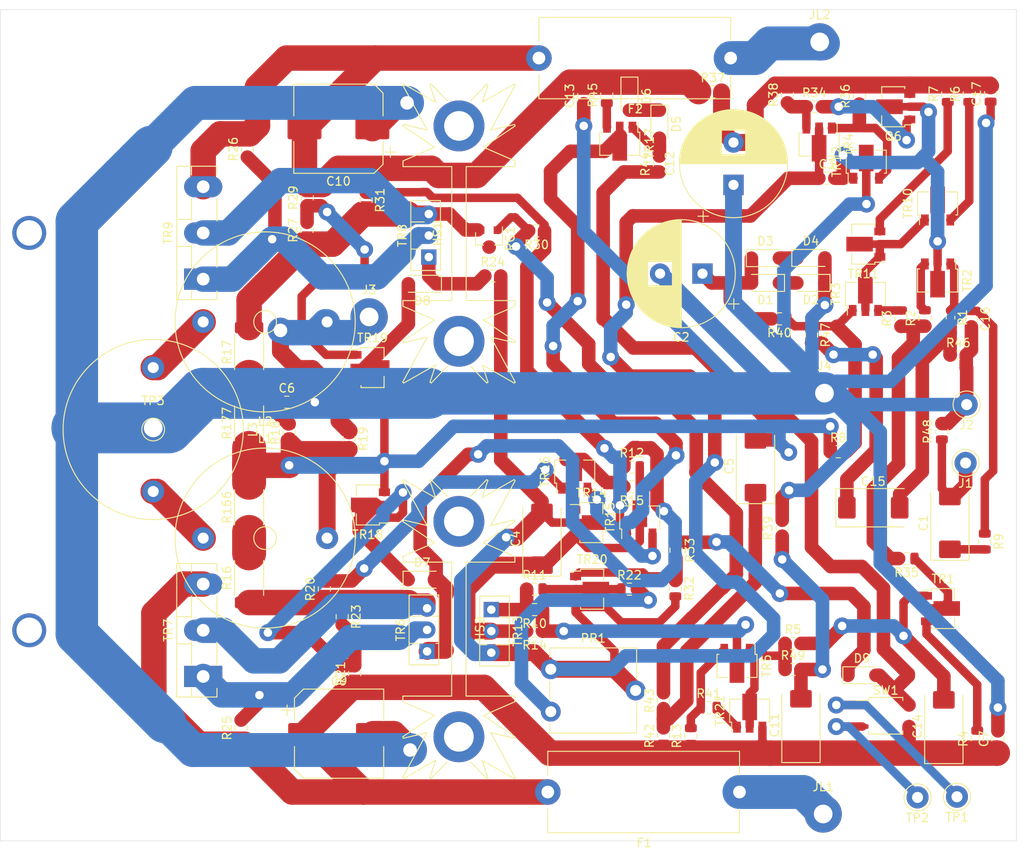
<source format=kicad_pcb>
(kicad_pcb (version 20171130) (host pcbnew 5.1.6-c6e7f7d~87~ubuntu18.04.1)
  (layers (0 F.Cu signal) (31 B.Cu signal) (34 B.Paste user) (35 F.Paste user) (36 B.SilkS user) (37 F.SilkS user) (38 B.Mask user) (39 F.Mask user) (44 Edge.Cuts user))
  (net 0 "")
  (net 1 "Net-(C1-Pad2)")
  (net 2 "Net-(C1-Pad1)")
  (net 3 "Net-(C2-Pad1)")
  (net 4 GND)
  (net 5 "Net-(C3-Pad2)")
  (net 6 "Net-(C3-Pad1)")
  (net 7 "Net-(C4-Pad1)")
  (net 8 "Net-(C5-Pad1)")
  (net 9 NFB)
  (net 10 "Net-(C6-Pad1)")
  (net 11 VAA)
  (net 12 VCC)
  (net 13 "Net-(C11-Pad2)")
  (net 14 "Net-(C12-Pad2)")
  (net 15 "Net-(C14-Pad2)")
  (net 16 "Net-(C15-Pad1)")
  (net 17 "Net-(C15-Pad2)")
  (net 18 "Net-(C16-Pad1)")
  (net 19 "Net-(D1-Pad1)")
  (net 20 "Net-(D3-Pad2)")
  (net 21 "Net-(D5-Pad1)")
  (net 22 "Net-(D5-Pad2)")
  (net 23 "Net-(D7-Pad2)")
  (net 24 "Net-(D7-Pad1)")
  (net 25 "Net-(D8-Pad2)")
  (net 26 "Net-(D8-Pad1)")
  (net 27 "Net-(D9-Pad1)")
  (net 28 "Net-(D9-Pad2)")
  (net 29 +24V)
  (net 30 -24V)
  (net 31 "Net-(J3-Pad1)")
  (net 32 "Net-(JL1-Pad1)")
  (net 33 "Net-(JL2-Pad1)")
  (net 34 "Net-(PR1-Pad1)")
  (net 35 "Net-(Q6-Pad1)")
  (net 36 "Net-(R2-Pad2)")
  (net 37 "Net-(R2-Pad1)")
  (net 38 "Net-(R3-Pad2)")
  (net 39 "Net-(R4-Pad2)")
  (net 40 "Net-(R49-Pad1)")
  (net 41 "Net-(R6-Pad1)")
  (net 42 "Net-(R7-Pad1)")
  (net 43 "Net-(R40-Pad1)")
  (net 44 "Net-(R10-Pad1)")
  (net 45 "Net-(R10-Pad2)")
  (net 46 "Net-(R11-Pad2)")
  (net 47 "Net-(R13-Pad2)")
  (net 48 "Net-(R15-Pad2)")
  (net 49 "Net-(R16-Pad1)")
  (net 50 "Net-(R17-Pad2)")
  (net 51 "Net-(R20-Pad2)")
  (net 52 "Net-(R21-Pad2)")
  (net 53 "Net-(R25-Pad2)")
  (net 54 "Net-(R26-Pad1)")
  (net 55 "Net-(R27-Pad2)")
  (net 56 "Net-(R30-Pad2)")
  (net 57 "Net-(R30-Pad1)")
  (net 58 "Net-(R32-Pad1)")
  (net 59 "Net-(R34-Pad1)")
  (net 60 "Net-(R35-Pad1)")
  (net 61 "Net-(R36-Pad1)")
  (net 62 "Net-(R41-Pad2)")
  (net 63 "Net-(R45-Pad1)")
  (net 64 "Net-(TP1-Pad1)")
  (net 65 "Net-(TP2-Pad1)")
  (net 66 "Net-(TP3-Pad1)")
  (net 67 "Net-(TR10-Pad1)")
  (net 68 "Net-(TR15-Pad3)")
  (net 69 "Net-(R16-Pad2)")
  (net 70 "Net-(R17-Pad1)")
  (net 71 "Net-(L1-Pad1)")
  (net 72 "Net-(L2-Pad2)")
  (module Capacitor_Tantalum_SMD:CP_EIA-7343-31_Kemet-D (layer F.Cu) (at 165.4048 98.2101 90)
    (fp_text reference C1 (at 0 -3.1 90) (layer F.SilkS))
    (fp_text value 47/25)
    (pad 2 smd roundrect (at 3.1125 0 90) (size 2.075 2.55) (layers F.Cu F.Paste F.Mask) (roundrect_rratio 0.120482) (net 1 "Net-(C1-Pad2)"))
    (pad 1 smd roundrect (at -3.1125 0 90) (size 2.075 2.55) (layers F.Cu F.Paste F.Mask) (roundrect_rratio 0.120482) (net 2 "Net-(C1-Pad1)"))
  )
  (module Capacitor_THT:CP_Radial_D12.5mm_P5.00mm (layer F.Cu) (at 136.2456 68.8086 180)
    (fp_text reference C2 (at 2.5 -7.5) (layer F.SilkS))
    (fp_text value 1000UF)
    (pad 1 thru_hole rect (at 0 0 180) (size 2.4 2.4) (drill 1.2) (layers *.Cu *.Mask) (net 3 "Net-(C2-Pad1)"))
    (pad 2 thru_hole circle (at 5 0 180) (size 2.4 2.4) (drill 1.2) (layers *.Cu *.Mask) (net 4 GND))
  )
  (module Capacitor_SMD:C_0805_2012Metric (layer F.Cu) (at 150.9037 57.5564)
    (fp_text reference C3 (at 0 -1.65) (layer F.SilkS))
    (fp_text value 100PF)
    (pad 2 smd roundrect (at 0.9375 0) (size 0.975 1.4) (layers F.Cu F.Paste F.Mask) (net 5 "Net-(C3-Pad2)"))
    (pad 1 smd roundrect (at -0.9375 0) (size 0.975 1.4) (layers F.Cu F.Paste F.Mask) (net 6 "Net-(C3-Pad1)"))
  )
  (module Capacitor_Tantalum_SMD:CP_EIA-7343-31_Kemet-D (layer F.Cu) (at 117.3226 100.076 90)
    (fp_text reference C4 (at 0 -3.1 90) (layer F.SilkS))
    (fp_text value 47/25)
    (pad 2 smd roundrect (at 3.1125 0 90) (size 2.075 2.55) (layers F.Cu F.Paste F.Mask) (roundrect_rratio 0.120482) (net 6 "Net-(C3-Pad1)"))
    (pad 1 smd roundrect (at -3.1125 0 90) (size 2.075 2.55) (layers F.Cu F.Paste F.Mask) (roundrect_rratio 0.120482) (net 7 "Net-(C4-Pad1)"))
  )
  (module Capacitor_Tantalum_SMD:CP_EIA-7343-31_Kemet-D (layer F.Cu) (at 142.494 91.5279 90)
    (fp_text reference C5 (at 0 -3.1 90) (layer F.SilkS))
    (fp_text value 47/25)
    (pad 1 smd roundrect (at -3.1125 0 90) (size 2.075 2.55) (layers F.Cu F.Paste F.Mask) (roundrect_rratio 0.120482) (net 8 "Net-(C5-Pad1)"))
    (pad 2 smd roundrect (at 3.1125 0 90) (size 2.075 2.55) (layers F.Cu F.Paste F.Mask) (roundrect_rratio 0.120482) (net 9 NFB))
  )
  (module Capacitor_SMD:C_0805_2012Metric (layer F.Cu) (at 87.2513 83.9724)
    (fp_text reference C6 (at 0 -1.65) (layer F.SilkS))
    (fp_text value 100NF)
    (pad 2 smd roundrect (at 0.9375 0) (size 0.975 1.4) (layers F.Cu F.Paste F.Mask) (net 4 GND))
    (pad 1 smd roundrect (at -0.9375 0) (size 0.975 1.4) (layers F.Cu F.Paste F.Mask) (net 10 "Net-(C6-Pad1)"))
  )
  (module Capacitor_SMD:C_0805_2012Metric (layer F.Cu) (at 171.069 123.6703 90)
    (fp_text reference C7 (at 0 -1.65 90) (layer F.SilkS))
    (fp_text value 100NF)
    (pad 2 smd roundrect (at 0.9375 0 90) (size 0.975 1.4) (layers F.Cu F.Paste F.Mask) (net 4 GND))
    (pad 1 smd roundrect (at -0.9375 0 90) (size 0.975 1.4) (layers F.Cu F.Paste F.Mask) (net 11 VAA))
  )
  (module Capacitor_SMD:CP_Elec_10x10 (layer F.Cu) (at 93.409 123.063)
    (fp_text reference C9 (at 0 -6.2) (layer F.SilkS))
    (fp_text value 220UF)
    (pad 1 smd roundrect (at -4 0) (size 4 2.5) (layers F.Cu F.Paste F.Mask) (roundrect_rratio 0.1) (net 11 VAA))
    (pad 2 smd roundrect (at 4 0) (size 4 2.5) (layers F.Cu F.Paste F.Mask) (roundrect_rratio 0.1) (net 4 GND))
  )
  (module Capacitor_SMD:CP_Elec_10x10 (layer F.Cu) (at 93.3328 51.7144 180)
    (fp_text reference C10 (at 0 -6.2) (layer F.SilkS))
    (fp_text value 220UF)
    (pad 2 smd roundrect (at 4 0 180) (size 4 2.5) (layers F.Cu F.Paste F.Mask) (roundrect_rratio 0.1) (net 12 VCC))
    (pad 1 smd roundrect (at -4 0 180) (size 4 2.5) (layers F.Cu F.Paste F.Mask) (roundrect_rratio 0.1) (net 4 GND))
  )
  (module Capacitor_Tantalum_SMD:CP_EIA-7343-31_Kemet-D (layer F.Cu) (at 147.8534 122.0607 90)
    (fp_text reference C11 (at 0 -3.1 90) (layer F.SilkS))
    (fp_text value 47/25)
    (pad 1 smd roundrect (at -3.1125 0 90) (size 2.075 2.55) (layers F.Cu F.Paste F.Mask) (roundrect_rratio 0.120482) (net 11 VAA))
    (pad 2 smd roundrect (at 3.1125 0 90) (size 2.075 2.55) (layers F.Cu F.Paste F.Mask) (roundrect_rratio 0.120482) (net 13 "Net-(C11-Pad2)"))
  )
  (module Capacitor_THT:CP_Radial_D12.5mm_P5.00mm (layer F.Cu) (at 139.9032 58.34 90)
    (fp_text reference C12 (at 2.5 -7.5 90) (layer F.SilkS))
    (fp_text value 1000/40)
    (pad 2 thru_hole circle (at 5 0 90) (size 2.4 2.4) (drill 1.2) (layers *.Cu *.Mask) (net 14 "Net-(C12-Pad2)"))
    (pad 1 thru_hole rect (at 0 0 90) (size 2.4 2.4) (drill 1.2) (layers *.Cu *.Mask) (net 4 GND))
  )
  (module Capacitor_SMD:C_0805_2012Metric (layer F.Cu) (at 122.2502 47.8305 90)
    (fp_text reference C13 (at 0 -1.65 90) (layer F.SilkS))
    (fp_text value 100NF)
    (pad 1 smd roundrect (at -0.9375 0 90) (size 0.975 1.4) (layers F.Cu F.Paste F.Mask) (net 4 GND))
    (pad 2 smd roundrect (at 0.9375 0 90) (size 0.975 1.4) (layers F.Cu F.Paste F.Mask) (net 12 VCC))
  )
  (module Capacitor_Tantalum_SMD:CP_EIA-7343-31_Kemet-D (layer F.Cu) (at 164.6936 122.1877 90)
    (fp_text reference C14 (at 0 -3.1 90) (layer F.SilkS))
    (fp_text value 47/25)
    (pad 2 smd roundrect (at 3.1125 0 90) (size 2.075 2.55) (layers F.Cu F.Paste F.Mask) (roundrect_rratio 0.120482) (net 15 "Net-(C14-Pad2)"))
    (pad 1 smd roundrect (at -3.1125 0 90) (size 2.075 2.55) (layers F.Cu F.Paste F.Mask) (roundrect_rratio 0.120482) (net 11 VAA))
  )
  (module Capacitor_Tantalum_SMD:CP_EIA-7343-31_Kemet-D (layer F.Cu) (at 156.3761 96.4184)
    (fp_text reference C15 (at 0 -3.1) (layer F.SilkS))
    (fp_text value 47/25)
    (pad 1 smd roundrect (at -3.1125 0) (size 2.075 2.55) (layers F.Cu F.Paste F.Mask) (roundrect_rratio 0.120482) (net 16 "Net-(C15-Pad1)"))
    (pad 2 smd roundrect (at 3.1125 0) (size 2.075 2.55) (layers F.Cu F.Paste F.Mask) (roundrect_rratio 0.120482) (net 17 "Net-(C15-Pad2)"))
  )
  (module Capacitor_SMD:C_0805_2012Metric (layer F.Cu) (at 167.9448 74.1449 270)
    (fp_text reference C16 (at 0 -1.65 90) (layer F.SilkS))
    (fp_text value 100PF)
    (pad 1 smd roundrect (at -0.9375 0 270) (size 0.975 1.4) (layers F.Cu F.Paste F.Mask) (net 18 "Net-(C16-Pad1)"))
    (pad 2 smd roundrect (at 0.9375 0 270) (size 0.975 1.4) (layers F.Cu F.Paste F.Mask) (net 4 GND))
  )
  (module Capacitor_SMD:C_0805_2012Metric (layer F.Cu) (at 170.2054 47.5973 90)
    (fp_text reference C17 (at 0 -1.65 90) (layer F.SilkS))
    (fp_text value 100NF)
    (pad 1 smd roundrect (at -0.9375 0 90) (size 0.975 1.4) (layers F.Cu F.Paste F.Mask) (net 4 GND))
    (pad 2 smd roundrect (at 0.9375 0 90) (size 0.975 1.4) (layers F.Cu F.Paste F.Mask) (net 14 "Net-(C12-Pad2)"))
  )
  (module Diode_SMD:D_SOD-123 (layer F.Cu) (at 143.6614 69.9008 180)
    (fp_text reference D1 (at 0 -2) (layer F.SilkS))
    (fp_text value 1N4148)
    (pad 1 smd rect (at -1.65 0 180) (size 0.9 1.2) (layers F.Cu F.Paste F.Mask) (net 19 "Net-(D1-Pad1)"))
    (pad 2 smd rect (at 1.65 0 180) (size 0.9 1.2) (layers F.Cu F.Paste F.Mask) (net 3 "Net-(C2-Pad1)"))
  )
  (module Diode_SMD:D_SOD-123 (layer F.Cu) (at 149.0208 69.9008 180)
    (fp_text reference D2 (at 0 -2) (layer F.SilkS))
    (fp_text value 1N4148)
    (pad 1 smd rect (at -1.65 0 180) (size 0.9 1.2) (layers F.Cu F.Paste F.Mask) (net 4 GND))
    (pad 2 smd rect (at 1.65 0 180) (size 0.9 1.2) (layers F.Cu F.Paste F.Mask) (net 19 "Net-(D1-Pad1)"))
  )
  (module Diode_SMD:D_SOD-123 (layer F.Cu) (at 143.6634 66.9798)
    (fp_text reference D3 (at 0 -2) (layer F.SilkS))
    (fp_text value 1N4148)
    (pad 2 smd rect (at 1.65 0) (size 0.9 1.2) (layers F.Cu F.Paste F.Mask) (net 20 "Net-(D3-Pad2)"))
    (pad 1 smd rect (at -1.65 0) (size 0.9 1.2) (layers F.Cu F.Paste F.Mask) (net 3 "Net-(C2-Pad1)"))
  )
  (module Diode_SMD:D_SOD-123 (layer F.Cu) (at 149.0228 66.9544)
    (fp_text reference D4 (at 0 -2) (layer F.SilkS))
    (fp_text value 1N4148)
    (pad 2 smd rect (at 1.65 0) (size 0.9 1.2) (layers F.Cu F.Paste F.Mask) (net 4 GND))
    (pad 1 smd rect (at -1.65 0) (size 0.9 1.2) (layers F.Cu F.Paste F.Mask) (net 20 "Net-(D3-Pad2)"))
  )
  (module Diode_SMD:D_SOD-123 (layer F.Cu) (at 131.1656 51.18 270)
    (fp_text reference D5 (at 0 -2 90) (layer F.SilkS))
    (fp_text value 1N4148)
    (pad 1 smd rect (at -1.65 0 270) (size 0.9 1.2) (layers F.Cu F.Paste F.Mask) (net 21 "Net-(D5-Pad1)"))
    (pad 2 smd rect (at 1.65 0 270) (size 0.9 1.2) (layers F.Cu F.Paste F.Mask) (net 22 "Net-(D5-Pad2)"))
  )
  (module Diode_SMD:D_SOD-123 (layer F.Cu) (at 127.635 47.88 270)
    (fp_text reference D6 (at 0 -2 90) (layer F.SilkS))
    (fp_text value 1N4148)
    (pad 1 smd rect (at -1.65 0 270) (size 0.9 1.2) (layers F.Cu F.Paste F.Mask) (net 12 VCC))
    (pad 2 smd rect (at 1.65 0 270) (size 0.9 1.2) (layers F.Cu F.Paste F.Mask) (net 21 "Net-(D5-Pad1)"))
  )
  (module Diode_SMD:D_SOD-123 (layer F.Cu) (at 103.2012 104.902)
    (fp_text reference D7 (at 0 -2) (layer F.SilkS))
    (fp_text value 1N4148)
    (pad 2 smd rect (at 1.65 0) (size 0.9 1.2) (layers F.Cu F.Paste F.Mask) (net 23 "Net-(D7-Pad2)"))
    (pad 1 smd rect (at -1.65 0) (size 0.9 1.2) (layers F.Cu F.Paste F.Mask) (net 24 "Net-(D7-Pad1)"))
  )
  (module Diode_SMD:D_SOD-123 (layer F.Cu) (at 103.2256 70.0024 180)
    (fp_text reference D8 (at 0 -2) (layer F.SilkS))
    (fp_text value 1N4148)
    (pad 2 smd rect (at 1.65 0 180) (size 0.9 1.2) (layers F.Cu F.Paste F.Mask) (net 25 "Net-(D8-Pad2)"))
    (pad 1 smd rect (at -1.65 0 180) (size 0.9 1.2) (layers F.Cu F.Paste F.Mask) (net 26 "Net-(D8-Pad1)"))
  )
  (module Diode_SMD:D_SOD-123 (layer F.Cu) (at 155.0406 116.1796)
    (fp_text reference D9 (at 0 -2) (layer F.SilkS))
    (fp_text value 1N4148)
    (pad 1 smd rect (at -1.65 0) (size 0.9 1.2) (layers F.Cu F.Paste F.Mask) (net 27 "Net-(D9-Pad1)"))
    (pad 2 smd rect (at 1.65 0) (size 0.9 1.2) (layers F.Cu F.Paste F.Mask) (net 28 "Net-(D9-Pad2)"))
  )
  (module Fuse:Fuseholder_Cylinder-5x20mm_Stelvio-Kontek_PTF78_Horizontal_Open (layer F.Cu) (at 140.6084 129.9464 180)
    (fp_text reference F1 (at 11.25 -6) (layer F.SilkS))
    (fp_text value Fuse)
    (pad 1 thru_hole circle (at 0 0 180) (size 3 3) (drill 1.5) (layers *.Cu *.Mask) (net 29 +24V))
    (pad 2 thru_hole circle (at 22.6 0 180) (size 3 3) (drill 1.5) (layers *.Cu *.Mask) (net 11 VAA))
  )
  (module Fuse:Fuseholder_Cylinder-5x20mm_Stelvio-Kontek_PTF78_Horizontal_Open (layer F.Cu) (at 139.567 43.3832 180)
    (fp_text reference F2 (at 11.25 -6) (layer F.SilkS))
    (fp_text value Fuse)
    (pad 2 thru_hole circle (at 22.6 0 180) (size 3 3) (drill 1.5) (layers *.Cu *.Mask) (net 12 VCC))
    (pad 1 thru_hole circle (at 0 0 180) (size 3 3) (drill 1.5) (layers *.Cu *.Mask) (net 30 -24V))
  )
  (module Heatsink:Heatsink_Fischer_SK104-STCB_35x13mm__2xDrill3.5mm_ScrewM3 (layer F.Cu) (at 107.5436 64.0842 90)
    (fp_text reference HS1 (at -0.025 -2.5 90) (layer F.SilkS))
    (fp_text value Heatsink)
    (pad 1 thru_hole circle (at 12.7 0 90) (size 6 6) (drill 3.5) (layers *.Cu *.Mask))
    (pad 1 thru_hole circle (at -12.7 0 270) (size 6 6) (drill 3.5) (layers *.Cu *.Mask))
  )
  (module Heatsink:Heatsink_Fischer_SK104-STCB_35x13mm__2xDrill3.5mm_ScrewM3 (layer F.Cu) (at 107.5309 110.7313 270)
    (fp_text reference HS2 (at -0.025 -2.5 90) (layer F.SilkS))
    (fp_text value Heatsink)
    (pad 1 thru_hole circle (at -12.7 0 90) (size 6 6) (drill 3.5) (layers *.Cu *.Mask))
    (pad 1 thru_hole circle (at 12.7 0 270) (size 6 6) (drill 3.5) (layers *.Cu *.Mask))
  )
  (module Connector_Pin:Pin_D1.3mm_L11.0mm (layer F.Cu) (at 167.259 91.1352)
    (fp_text reference J1 (at 0 2.4) (layer F.SilkS))
    (fp_text value Conn_01x01_Male)
    (pad 1 thru_hole circle (at 0 0) (size 2.6 2.6) (drill 1.3) (layers *.Cu *.Mask) (net 1 "Net-(C1-Pad2)"))
  )
  (module Connector_Pin:Pin_D1.3mm_L11.0mm (layer F.Cu) (at 167.386 84.2518)
    (fp_text reference J2 (at 0 2.4) (layer F.SilkS))
    (fp_text value Conn_01x01_Male)
    (pad 1 thru_hole circle (at 0 0) (size 2.6 2.6) (drill 1.3) (layers *.Cu *.Mask) (net 4 GND))
  )
  (module MountingHole:MountingHole_2.2mm_M2_Pad (layer F.Cu) (at 96.9518 73.914)
    (fp_text reference J3 (at 0 -3.2) (layer F.SilkS))
    (fp_text value Conn_01x01_Male)
    (pad 1 thru_hole circle (at 0 0) (size 4.4 4.4) (drill 2.2) (layers *.Cu *.Mask) (net 31 "Net-(J3-Pad1)"))
  )
  (module MountingHole:MountingHole_2.2mm_M2_Pad (layer F.Cu) (at 150.622 82.9056)
    (fp_text reference J4 (at 0 -3.2) (layer F.SilkS))
    (fp_text value Conn_01x01_Male)
    (pad 1 thru_hole circle (at 0 0) (size 4.4 4.4) (drill 2.2) (layers *.Cu *.Mask) (net 4 GND))
  )
  (module MountingHole:MountingHole_2.2mm_M2_Pad (layer F.Cu) (at 150.4696 132.5372)
    (fp_text reference JL1 (at 0 -3.2) (layer F.SilkS))
    (fp_text value Conn_01x01_Female)
    (pad 1 thru_hole circle (at 0 0) (size 4.4 4.4) (drill 2.2) (layers *.Cu *.Mask) (net 32 "Net-(JL1-Pad1)"))
  )
  (module MountingHole:MountingHole_2.2mm_M2_Pad (layer F.Cu) (at 150.0632 41.4782)
    (fp_text reference JL2 (at 0 -3.2) (layer F.SilkS))
    (fp_text value Conn_01x01_Female)
    (pad 1 thru_hole circle (at 0 0) (size 4.4 4.4) (drill 2.2) (layers *.Cu *.Mask) (net 33 "Net-(JL2-Pad1)"))
  )
  (module Potentiometer_THT:Potentiometer_ACP_CA9-V10_Vertical (layer F.Cu) (at 118.364 120.4684)
    (fp_text reference PR1 (at 5 -8.65) (layer F.SilkS))
    (fp_text value 1K)
    (pad 3 thru_hole circle (at 0 -5) (size 2.34 2.34) (drill 1.3) (layers *.Cu *.Mask) (net 6 "Net-(C3-Pad1)"))
    (pad 2 thru_hole circle (at 10 -2.5) (size 2.34 2.34) (drill 1.3) (layers *.Cu *.Mask) (net 6 "Net-(C3-Pad1)"))
    (pad 1 thru_hole circle (at 0 0) (size 2.34 2.34) (drill 1.3) (layers *.Cu *.Mask) (net 34 "Net-(PR1-Pad1)"))
  )
  (module Package_TO_SOT_SMD:SOT-89-3 (layer F.Cu) (at 159.0294 49.1236 180)
    (fp_text reference Q6 (at 0.3 -3.5) (layer F.SilkS))
    (fp_text value Q_NPN_BCE)
    (pad 1 smd rect (at -1.65 -1.5 180) (size 1.3 0.9) (layers F.Cu F.Paste F.Mask) (net 35 "Net-(Q6-Pad1)"))
    (pad 3 smd rect (at -1.65 1.5 180) (size 1.3 0.9) (layers F.Cu F.Paste F.Mask) (net 14 "Net-(C12-Pad2)"))
    (pad 2 smd custom (at -1.5625 0 180) (size 1.475 0.9) (layers F.Cu F.Paste F.Mask) (net 5 "Net-(C3-Pad2)") (options (clearance outline) (anchor rect)) (primitives (gr_poly (pts (xy 0.7375 -0.8665) (xy 3.8625 -0.8665) (xy 3.8625 0.8665) (xy 0.7375 0.8665)) (width 0))))
  )
  (module Resistor_SMD:R_0805_2012Metric (layer F.Cu) (at 162.4584 74.0641 90)
    (fp_text reference R2 (at 0 -1.65 90) (layer F.SilkS))
    (fp_text value 100R)
    (pad 2 smd roundrect (at 0.9375 0 90) (size 0.975 1.4) (layers F.Cu F.Paste F.Mask) (net 36 "Net-(R2-Pad2)"))
    (pad 1 smd roundrect (at -0.9375 0 90) (size 0.975 1.4) (layers F.Cu F.Paste F.Mask) (net 37 "Net-(R2-Pad1)"))
  )
  (module Resistor_SMD:R_0805_2012Metric (layer F.Cu) (at 159.639 74.0895 90)
    (fp_text reference R3 (at 0 -1.65 90) (layer F.SilkS))
    (fp_text value 100R)
    (pad 2 smd roundrect (at 0.9375 0 90) (size 0.975 1.4) (layers F.Cu F.Paste F.Mask) (net 38 "Net-(R3-Pad2)"))
    (pad 1 smd roundrect (at -0.9375 0 90) (size 0.975 1.4) (layers F.Cu F.Paste F.Mask) (net 37 "Net-(R2-Pad1)"))
  )
  (module Resistor_SMD:R_0805_2012Metric (layer F.Cu) (at 168.6306 123.6449 90)
    (fp_text reference R4 (at 0 -1.65 90) (layer F.SilkS))
    (fp_text value 100R)
    (pad 2 smd roundrect (at 0.9375 0 90) (size 0.975 1.4) (layers F.Cu F.Paste F.Mask) (net 39 "Net-(R4-Pad2)"))
    (pad 1 smd roundrect (at -0.9375 0 90) (size 0.975 1.4) (layers F.Cu F.Paste F.Mask) (net 11 VAA))
  )
  (module Resistor_SMD:R_0805_2012Metric (layer F.Cu) (at 146.9113 112.4204)
    (fp_text reference R5 (at 0 -1.65) (layer F.SilkS))
    (fp_text value 2K2)
    (pad 2 smd roundrect (at 0.9375 0) (size 0.975 1.4) (layers F.Cu F.Paste F.Mask) (net 15 "Net-(C14-Pad2)"))
    (pad 1 smd roundrect (at -0.9375 0) (size 0.975 1.4) (layers F.Cu F.Paste F.Mask) (net 40 "Net-(R49-Pad1)"))
  )
  (module Resistor_SMD:R_0805_2012Metric (layer F.Cu) (at 167.6908 47.6273 90)
    (fp_text reference R6 (at 0 -1.65 90) (layer F.SilkS))
    (fp_text value 68R)
    (pad 2 smd roundrect (at 0.9375 0 90) (size 0.975 1.4) (layers F.Cu F.Paste F.Mask) (net 14 "Net-(C12-Pad2)"))
    (pad 1 smd roundrect (at -0.9375 0 90) (size 0.975 1.4) (layers F.Cu F.Paste F.Mask) (net 41 "Net-(R6-Pad1)"))
  )
  (module Resistor_SMD:R_0805_2012Metric (layer F.Cu) (at 165.1508 47.6273 90)
    (fp_text reference R7 (at 0 -1.65 90) (layer F.SilkS))
    (fp_text value 68R)
    (pad 1 smd roundrect (at -0.9375 0 90) (size 0.975 1.4) (layers F.Cu F.Paste F.Mask) (net 42 "Net-(R7-Pad1)"))
    (pad 2 smd roundrect (at 0.9375 0 90) (size 0.975 1.4) (layers F.Cu F.Paste F.Mask) (net 14 "Net-(C12-Pad2)"))
  )
  (module Resistor_SMD:R_0805_2012Metric (layer F.Cu) (at 152.2499 89.8144)
    (fp_text reference R8 (at 0 -1.65) (layer F.SilkS))
    (fp_text value 2K2)
    (pad 1 smd roundrect (at -0.9375 0) (size 0.975 1.4) (layers F.Cu F.Paste F.Mask) (net 9 NFB))
    (pad 2 smd roundrect (at 0.9375 0) (size 0.975 1.4) (layers F.Cu F.Paste F.Mask) (net 43 "Net-(R40-Pad1)"))
  )
  (module Resistor_SMD:R_0805_2012Metric (layer F.Cu) (at 169.5196 100.4039 270)
    (fp_text reference R9 (at 0 -1.65 90) (layer F.SilkS))
    (fp_text value 10R)
    (pad 1 smd roundrect (at -0.9375 0 270) (size 0.975 1.4) (layers F.Cu F.Paste F.Mask) (net 18 "Net-(C16-Pad1)"))
    (pad 2 smd roundrect (at 0.9375 0 270) (size 0.975 1.4) (layers F.Cu F.Paste F.Mask) (net 2 "Net-(C1-Pad1)"))
  )
  (module Resistor_SMD:R_0805_2012Metric (layer F.Cu) (at 116.4567 108.4326 180)
    (fp_text reference R10 (at 0 -1.65) (layer F.SilkS))
    (fp_text value 680R)
    (pad 1 smd roundrect (at -0.9375 0 180) (size 0.975 1.4) (layers F.Cu F.Paste F.Mask) (net 44 "Net-(R10-Pad1)"))
    (pad 2 smd roundrect (at 0.9375 0 180) (size 0.975 1.4) (layers F.Cu F.Paste F.Mask) (net 45 "Net-(R10-Pad2)"))
  )
  (module Resistor_SMD:R_0805_2012Metric (layer F.Cu) (at 116.4567 106.0196)
    (fp_text reference R11 (at 0 -1.65) (layer F.SilkS))
    (fp_text value 270R)
    (pad 1 smd roundrect (at -0.9375 0) (size 0.975 1.4) (layers F.Cu F.Paste F.Mask) (net 45 "Net-(R10-Pad2)"))
    (pad 2 smd roundrect (at 0.9375 0) (size 0.975 1.4) (layers F.Cu F.Paste F.Mask) (net 46 "Net-(R11-Pad2)"))
  )
  (module Resistor_SMD:R_0805_2012Metric (layer F.Cu) (at 127.9167 91.6178)
    (fp_text reference R12 (at 0 -1.65) (layer F.SilkS))
    (fp_text value 100R)
    (pad 1 smd roundrect (at -0.9375 0) (size 0.975 1.4) (layers F.Cu F.Paste F.Mask) (net 23 "Net-(D7-Pad2)"))
    (pad 2 smd roundrect (at 0.9375 0) (size 0.975 1.4) (layers F.Cu F.Paste F.Mask) (net 7 "Net-(C4-Pad1)"))
  )
  (module Resistor_SMD:R_0805_2012Metric (layer F.Cu) (at 134.874 123.3401 90)
    (fp_text reference R13 (at 0 -1.65 90) (layer F.SilkS))
    (fp_text value 68R)
    (pad 2 smd roundrect (at 0.9375 0 90) (size 0.975 1.4) (layers F.Cu F.Paste F.Mask) (net 47 "Net-(R13-Pad2)"))
    (pad 1 smd roundrect (at -0.9375 0 90) (size 0.975 1.4) (layers F.Cu F.Paste F.Mask) (net 11 VAA))
  )
  (module Resistor_SMD:R_0805_2012Metric (layer F.Cu) (at 116.4567 110.9726 180)
    (fp_text reference R14 (at 0 -1.65) (layer F.SilkS))
    (fp_text value 16R)
    (pad 1 smd roundrect (at -0.9375 0 180) (size 0.975 1.4) (layers F.Cu F.Paste F.Mask) (net 44 "Net-(R10-Pad1)"))
    (pad 2 smd roundrect (at 0.9375 0 180) (size 0.975 1.4) (layers F.Cu F.Paste F.Mask) (net 7 "Net-(C4-Pad1)"))
  )
  (module Resistor_SMD:R_0805_2012Metric (layer F.Cu) (at 127.9167 93.9292 180)
    (fp_text reference R15 (at 0 -1.65) (layer F.SilkS))
    (fp_text value 2K2)
    (pad 1 smd roundrect (at -0.9375 0 180) (size 0.975 1.4) (layers F.Cu F.Paste F.Mask) (net 7 "Net-(C4-Pad1)"))
    (pad 2 smd roundrect (at 0.9375 0 180) (size 0.975 1.4) (layers F.Cu F.Paste F.Mask) (net 48 "Net-(R15-Pad2)"))
  )
  (module Resistor_SMD:R_2512_6332Metric (layer F.Cu) (at 82.804 104.7032 90)
    (fp_text reference R16 (at 0 -2.62 90) (layer F.SilkS))
    (fp_text value R075)
    (pad 2 smd roundrect (at 2.9 0 90) (size 1.35 3.35) (layers F.Cu F.Paste F.Mask) (roundrect_rratio 0.185185) (net 69 "Net-(R16-Pad2)"))
    (pad 1 smd roundrect (at -2.9 0 90) (size 1.35 3.35) (layers F.Cu F.Paste F.Mask) (roundrect_rratio 0.185185) (net 49 "Net-(R16-Pad1)"))
  )
  (module Resistor_SMD:R_2512_6332Metric (layer F.Cu) (at 82.804 78.0752 90)
    (fp_text reference R17 (at 0 -2.62 90) (layer F.SilkS))
    (fp_text value R075)
    (pad 1 smd roundrect (at -2.9 0 90) (size 1.35 3.35) (layers F.Cu F.Paste F.Mask) (roundrect_rratio 0.185185) (net 70 "Net-(R17-Pad1)"))
    (pad 2 smd roundrect (at 2.9 0 90) (size 1.35 3.35) (layers F.Cu F.Paste F.Mask) (roundrect_rratio 0.185185) (net 50 "Net-(R17-Pad2)"))
  )
  (module Resistor_SMD:R_0805_2012Metric (layer F.Cu) (at 87.5284 87.5769 90)
    (fp_text reference R18 (at 0 -1.65 90) (layer F.SilkS))
    (fp_text value 10R)
    (pad 2 smd roundrect (at 0.9375 0 90) (size 0.975 1.4) (layers F.Cu F.Paste F.Mask) (net 10 "Net-(C6-Pad1)"))
    (pad 1 smd roundrect (at -0.9375 0 90) (size 0.975 1.4) (layers F.Cu F.Paste F.Mask) (net 9 NFB))
  )
  (module Resistor_SMD:R_0805_2012Metric (layer F.Cu) (at 94.5896 88.2881 270)
    (fp_text reference R19 (at 0 -1.65 90) (layer F.SilkS))
    (fp_text value 10R)
    (pad 1 smd roundrect (at -0.9375 0 270) (size 0.975 1.4) (layers F.Cu F.Paste F.Mask) (net 31 "Net-(J3-Pad1)"))
    (pad 2 smd roundrect (at 0.9375 0 270) (size 0.975 1.4) (layers F.Cu F.Paste F.Mask) (net 9 NFB))
  )
  (module Resistor_SMD:R_0805_2012Metric (layer F.Cu) (at 91.6686 105.9919 90)
    (fp_text reference R20 (at 0 -1.65 90) (layer F.SilkS))
    (fp_text value 1K)
    (pad 1 smd roundrect (at -0.9375 0 90) (size 0.975 1.4) (layers F.Cu F.Paste F.Mask) (net 49 "Net-(R16-Pad1)"))
    (pad 2 smd roundrect (at 0.9375 0 90) (size 0.975 1.4) (layers F.Cu F.Paste F.Mask) (net 51 "Net-(R20-Pad2)"))
  )
  (module Resistor_SMD:R_0805_2012Metric (layer F.Cu) (at 95.25 115.9741 90)
    (fp_text reference R21 (at 0 -1.65 90) (layer F.SilkS))
    (fp_text value 22K)
    (pad 1 smd roundrect (at -0.9375 0 90) (size 0.975 1.4) (layers F.Cu F.Paste F.Mask) (net 11 VAA))
    (pad 2 smd roundrect (at 0.9375 0 90) (size 0.975 1.4) (layers F.Cu F.Paste F.Mask) (net 52 "Net-(R21-Pad2)"))
  )
  (module Resistor_SMD:R_0805_2012Metric (layer F.Cu) (at 127.6327 106.0196)
    (fp_text reference R22 (at 0 -1.65) (layer F.SilkS))
    (fp_text value 100R)
    (pad 2 smd roundrect (at 0.9375 0) (size 0.975 1.4) (layers F.Cu F.Paste F.Mask) (net 34 "Net-(PR1-Pad1)"))
    (pad 1 smd roundrect (at -0.9375 0) (size 0.975 1.4) (layers F.Cu F.Paste F.Mask) (net 46 "Net-(R11-Pad2)"))
  )
  (module Resistor_SMD:R_0805_2012Metric (layer F.Cu) (at 93.7768 109.2731 270)
    (fp_text reference R23 (at 0 -1.65 90) (layer F.SilkS))
    (fp_text value 270R)
    (pad 2 smd roundrect (at 0.9375 0 270) (size 0.975 1.4) (layers F.Cu F.Paste F.Mask) (net 52 "Net-(R21-Pad2)"))
    (pad 1 smd roundrect (at -0.9375 0 270) (size 0.975 1.4) (layers F.Cu F.Paste F.Mask) (net 49 "Net-(R16-Pad1)"))
  )
  (module Resistor_SMD:R_0805_2012Metric (layer F.Cu) (at 111.5314 69.088)
    (fp_text reference R24 (at 0 -1.65) (layer F.SilkS))
    (fp_text value 100R)
    (pad 2 smd roundrect (at 0.9375 0) (size 0.975 1.4) (layers F.Cu F.Paste F.Mask) (net 6 "Net-(C3-Pad1)"))
    (pad 1 smd roundrect (at -0.9375 0) (size 0.975 1.4) (layers F.Cu F.Paste F.Mask) (net 26 "Net-(D8-Pad1)"))
  )
  (module Resistor_SMD:R_0805_2012Metric (layer F.Cu) (at 81.8642 122.4003 90)
    (fp_text reference R25 (at 0 -1.65 90) (layer F.SilkS))
    (fp_text value 100R)
    (pad 2 smd roundrect (at 0.9375 0 90) (size 0.975 1.4) (layers F.Cu F.Paste F.Mask) (net 53 "Net-(R25-Pad2)"))
    (pad 1 smd roundrect (at -0.9375 0 90) (size 0.975 1.4) (layers F.Cu F.Paste F.Mask) (net 11 VAA))
  )
  (module Resistor_SMD:R_0805_2012Metric (layer F.Cu) (at 82.6008 54.1251 90)
    (fp_text reference R26 (at 0 -1.65 90) (layer F.SilkS))
    (fp_text value 100R)
    (pad 1 smd roundrect (at -0.9375 0 90) (size 0.975 1.4) (layers F.Cu F.Paste F.Mask) (net 54 "Net-(R26-Pad1)"))
    (pad 2 smd roundrect (at 0.9375 0 90) (size 0.975 1.4) (layers F.Cu F.Paste F.Mask) (net 12 VCC))
  )
  (module Resistor_SMD:R_0805_2012Metric (layer F.Cu) (at 89.6366 63.7009 90)
    (fp_text reference R27 (at 0 -1.65 90) (layer F.SilkS))
    (fp_text value 270R)
    (pad 1 smd roundrect (at -0.9375 0 90) (size 0.975 1.4) (layers F.Cu F.Paste F.Mask) (net 50 "Net-(R17-Pad2)"))
    (pad 2 smd roundrect (at 0.9375 0 90) (size 0.975 1.4) (layers F.Cu F.Paste F.Mask) (net 55 "Net-(R27-Pad2)"))
  )
  (module Resistor_SMD:R_0805_2012Metric (layer F.Cu) (at 89.662 59.8655 90)
    (fp_text reference R29 (at 0 -1.65 90) (layer F.SilkS))
    (fp_text value 22K)
    (pad 2 smd roundrect (at 0.9375 0 90) (size 0.975 1.4) (layers F.Cu F.Paste F.Mask) (net 12 VCC))
    (pad 1 smd roundrect (at -0.9375 0 90) (size 0.975 1.4) (layers F.Cu F.Paste F.Mask) (net 55 "Net-(R27-Pad2)"))
  )
  (module Resistor_SMD:R_0805_2012Metric (layer F.Cu) (at 116.6899 63.754 180)
    (fp_text reference R30 (at 0 -1.65) (layer F.SilkS))
    (fp_text value 3K)
    (pad 2 smd roundrect (at 0.9375 0 180) (size 0.975 1.4) (layers F.Cu F.Paste F.Mask) (net 56 "Net-(R30-Pad2)"))
    (pad 1 smd roundrect (at -0.9375 0 180) (size 0.975 1.4) (layers F.Cu F.Paste F.Mask) (net 57 "Net-(R30-Pad1)"))
  )
  (module Resistor_SMD:R_0805_2012Metric (layer F.Cu) (at 96.5962 60.1449 270)
    (fp_text reference R31 (at 0 -1.65 90) (layer F.SilkS))
    (fp_text value 1K)
    (pad 2 smd roundrect (at 0.9375 0 270) (size 0.975 1.4) (layers F.Cu F.Paste F.Mask) (net 50 "Net-(R17-Pad2)"))
    (pad 1 smd roundrect (at -0.9375 0 270) (size 0.975 1.4) (layers F.Cu F.Paste F.Mask) (net 57 "Net-(R30-Pad1)"))
  )
  (module Resistor_SMD:R_0805_2012Metric (layer F.Cu) (at 133.0452 105.9411 270)
    (fp_text reference R32 (at 0 -1.65 90) (layer F.SilkS))
    (fp_text value 680K)
    (pad 2 smd roundrect (at 0.9375 0 270) (size 0.975 1.4) (layers F.Cu F.Paste F.Mask) (net 6 "Net-(C3-Pad1)"))
    (pad 1 smd roundrect (at -0.9375 0 270) (size 0.975 1.4) (layers F.Cu F.Paste F.Mask) (net 58 "Net-(R32-Pad1)"))
  )
  (module Resistor_SMD:R_0805_2012Metric (layer F.Cu) (at 133.1214 101.4245 270)
    (fp_text reference R33 (at 0 -1.65 90) (layer F.SilkS))
    (fp_text value 100K)
    (pad 1 smd roundrect (at -0.9375 0 270) (size 0.975 1.4) (layers F.Cu F.Paste F.Mask) (net 27 "Net-(D9-Pad1)"))
    (pad 2 smd roundrect (at 0.9375 0 270) (size 0.975 1.4) (layers F.Cu F.Paste F.Mask) (net 58 "Net-(R32-Pad1)"))
  )
  (module Resistor_SMD:R_0805_2012Metric (layer F.Cu) (at 149.4259 49.1236)
    (fp_text reference R34 (at 0 -1.65) (layer F.SilkS))
    (fp_text value 2K2)
    (pad 2 smd roundrect (at 0.9375 0) (size 0.975 1.4) (layers F.Cu F.Paste F.Mask) (net 35 "Net-(Q6-Pad1)"))
    (pad 1 smd roundrect (at -0.9375 0) (size 0.975 1.4) (layers F.Cu F.Paste F.Mask) (net 59 "Net-(R34-Pad1)"))
  )
  (module Resistor_SMD:R_0805_2012Metric (layer F.Cu) (at 160.2994 102.4128 180)
    (fp_text reference R35 (at 0 -1.65) (layer F.SilkS))
    (fp_text value 1K)
    (pad 2 smd roundrect (at 0.9375 0 180) (size 0.975 1.4) (layers F.Cu F.Paste F.Mask) (net 37 "Net-(R2-Pad1)"))
    (pad 1 smd roundrect (at -0.9375 0 180) (size 0.975 1.4) (layers F.Cu F.Paste F.Mask) (net 60 "Net-(R35-Pad1)"))
  )
  (module Resistor_SMD:R_0805_2012Metric (layer F.Cu) (at 154.7368 47.8767 90)
    (fp_text reference R36 (at 0 -1.65 90) (layer F.SilkS))
    (fp_text value 2K2)
    (pad 1 smd roundrect (at -0.9375 0 90) (size 0.975 1.4) (layers F.Cu F.Paste F.Mask) (net 61 "Net-(R36-Pad1)"))
    (pad 2 smd roundrect (at 0.9375 0 90) (size 0.975 1.4) (layers F.Cu F.Paste F.Mask) (net 14 "Net-(C12-Pad2)"))
  )
  (module Resistor_SMD:R_0805_2012Metric (layer F.Cu) (at 137.4625 47.371)
    (fp_text reference R37 (at 0 -1.65) (layer F.SilkS))
    (fp_text value 10R)
    (pad 1 smd roundrect (at -0.9375 0) (size 0.975 1.4) (layers F.Cu F.Paste F.Mask) (net 12 VCC))
    (pad 2 smd roundrect (at 0.9375 0) (size 0.975 1.4) (layers F.Cu F.Paste F.Mask) (net 14 "Net-(C12-Pad2)"))
  )
  (module Resistor_SMD:R_0805_2012Metric (layer F.Cu) (at 146.2532 47.7243 90)
    (fp_text reference R38 (at 0 -1.65 90) (layer F.SilkS))
    (fp_text value 10R)
    (pad 2 smd roundrect (at 0.9375 0 90) (size 0.975 1.4) (layers F.Cu F.Paste F.Mask) (net 14 "Net-(C12-Pad2)"))
    (pad 1 smd roundrect (at -0.9375 0 90) (size 0.975 1.4) (layers F.Cu F.Paste F.Mask) (net 59 "Net-(R34-Pad1)"))
  )
  (module Resistor_SMD:R_0805_2012Metric (layer F.Cu) (at 145.6436 98.8291 90)
    (fp_text reference R39 (at 0 -1.65 90) (layer F.SilkS))
    (fp_text value 10K)
    (pad 2 smd roundrect (at 0.9375 0 90) (size 0.975 1.4) (layers F.Cu F.Paste F.Mask) (net 4 GND))
    (pad 1 smd roundrect (at -0.9375 0 90) (size 0.975 1.4) (layers F.Cu F.Paste F.Mask) (net 13 "Net-(C11-Pad2)"))
  )
  (module Resistor_SMD:R_0805_2012Metric (layer F.Cu) (at 145.3111 74.1426 180)
    (fp_text reference R40 (at 0 -1.65) (layer F.SilkS))
    (fp_text value 110R)
    (pad 1 smd roundrect (at -0.9375 0 180) (size 0.975 1.4) (layers F.Cu F.Paste F.Mask) (net 43 "Net-(R40-Pad1)"))
    (pad 2 smd roundrect (at 0.9375 0 180) (size 0.975 1.4) (layers F.Cu F.Paste F.Mask) (net 3 "Net-(C2-Pad1)"))
  )
  (module Resistor_SMD:R_0805_2012Metric (layer F.Cu) (at 136.9799 119.9896)
    (fp_text reference R41 (at 0 -1.65) (layer F.SilkS))
    (fp_text value 2K2)
    (pad 1 smd roundrect (at -0.9375 0) (size 0.975 1.4) (layers F.Cu F.Paste F.Mask) (net 47 "Net-(R13-Pad2)"))
    (pad 2 smd roundrect (at 0.9375 0) (size 0.975 1.4) (layers F.Cu F.Paste F.Mask) (net 62 "Net-(R41-Pad2)"))
  )
  (module Resistor_SMD:R_0805_2012Metric (layer F.Cu) (at 131.6482 123.317 90)
    (fp_text reference R42 (at 0 -1.65 90) (layer F.SilkS))
    (fp_text value 10K)
    (pad 2 smd roundrect (at 0.9375 0 90) (size 0.975 1.4) (layers F.Cu F.Paste F.Mask) (net 8 "Net-(C5-Pad1)"))
    (pad 1 smd roundrect (at -0.9375 0 90) (size 0.975 1.4) (layers F.Cu F.Paste F.Mask) (net 11 VAA))
  )
  (module Resistor_SMD:R_0805_2012Metric (layer F.Cu) (at 131.6482 119.1745 90)
    (fp_text reference R43 (at 0 -1.65 90) (layer F.SilkS))
    (fp_text value 10K)
    (pad 1 smd roundrect (at -0.9375 0 90) (size 0.975 1.4) (layers F.Cu F.Paste F.Mask) (net 8 "Net-(C5-Pad1)"))
    (pad 2 smd roundrect (at 0.9375 0 90) (size 0.975 1.4) (layers F.Cu F.Paste F.Mask) (net 56 "Net-(R30-Pad2)"))
  )
  (module Resistor_SMD:R_0805_2012Metric (layer F.Cu) (at 131.1656 55.8777 90)
    (fp_text reference R44 (at 0 -1.65 90) (layer F.SilkS))
    (fp_text value 100K)
    (pad 2 smd roundrect (at 0.9375 0 90) (size 0.975 1.4) (layers F.Cu F.Paste F.Mask) (net 22 "Net-(D5-Pad2)"))
    (pad 1 smd roundrect (at -0.9375 0 90) (size 0.975 1.4) (layers F.Cu F.Paste F.Mask) (net 28 "Net-(D9-Pad2)"))
  )
  (module Resistor_SMD:R_0805_2012Metric (layer F.Cu) (at 124.968 47.752 90)
    (fp_text reference R45 (at 0 -1.65 90) (layer F.SilkS))
    (fp_text value 1K)
    (pad 1 smd roundrect (at -0.9375 0 90) (size 0.975 1.4) (layers F.Cu F.Paste F.Mask) (net 63 "Net-(R45-Pad1)"))
    (pad 2 smd roundrect (at 0.9375 0 90) (size 0.975 1.4) (layers F.Cu F.Paste F.Mask) (net 12 VCC))
  )
  (module Resistor_SMD:R_0805_2012Metric (layer F.Cu) (at 149.098 76.0499 270)
    (fp_text reference R47 (at 0 -1.65 90) (layer F.SilkS))
    (fp_text value 100R)
    (pad 2 smd roundrect (at 0.9375 0 270) (size 0.975 1.4) (layers F.Cu F.Paste F.Mask) (net 16 "Net-(C15-Pad1)"))
    (pad 1 smd roundrect (at -0.9375 0 270) (size 0.975 1.4) (layers F.Cu F.Paste F.Mask) (net 43 "Net-(R40-Pad1)"))
  )
  (module Resistor_SMD:R_0805_2012Metric (layer F.Cu) (at 164.465 87.4291 90)
    (fp_text reference R48 (at 0 -1.65 90) (layer F.SilkS))
    (fp_text value 100K)
    (pad 1 smd roundrect (at -0.9375 0 90) (size 0.975 1.4) (layers F.Cu F.Paste F.Mask) (net 1 "Net-(C1-Pad2)"))
    (pad 2 smd roundrect (at 0.9375 0 90) (size 0.975 1.4) (layers F.Cu F.Paste F.Mask) (net 4 GND))
  )
  (module Resistor_SMD:R_0805_2012Metric (layer F.Cu) (at 146.9159 115.4938)
    (fp_text reference R49 (at 0 -1.65) (layer F.SilkS))
    (fp_text value 10K)
    (pad 1 smd roundrect (at -0.9375 0) (size 0.975 1.4) (layers F.Cu F.Paste F.Mask) (net 40 "Net-(R49-Pad1)"))
    (pad 2 smd roundrect (at 0.9375 0) (size 0.975 1.4) (layers F.Cu F.Paste F.Mask) (net 13 "Net-(C11-Pad2)"))
  )
  (module Package_TO_SOT_SMD:SOT-23 (layer F.Cu) (at 111.0844 64.6778 270)
    (fp_text reference RG1 (at 0 -2.5 90) (layer F.SilkS))
    (fp_text value LM385BZ-1.2)
    (pad 1 smd rect (at -1 -0.95 270) (size 0.9 0.8) (layers F.Cu F.Paste F.Mask))
    (pad 2 smd rect (at -1 0.95 270) (size 0.9 0.8) (layers F.Cu F.Paste F.Mask) (net 56 "Net-(R30-Pad2)"))
    (pad 3 smd rect (at 1 0 270) (size 0.9 0.8) (layers F.Cu F.Paste F.Mask) (net 50 "Net-(R17-Pad2)"))
  )
  (module Package_SO:SOP-4_3.8x4.1mm_P2.54mm (layer F.Cu) (at 157.8424 120.9548)
    (fp_text reference SW1 (at 0 -3) (layer F.SilkS))
    (fp_text value SW_SPST)
    (pad 1 smd roundrect (at -2.75 -1.27) (size 1.45 0.55) (layers F.Cu F.Paste F.Mask) (net 11 VAA))
    (pad 2 smd roundrect (at -2.75 1.27) (size 1.45 0.55) (layers F.Cu F.Paste F.Mask) (net 28 "Net-(D9-Pad2)"))
    (pad 3 smd roundrect (at 2.75 1.27) (size 1.45 0.55) (layers F.Cu F.Paste F.Mask))
    (pad 4 smd roundrect (at 2.75 -1.27) (size 1.45 0.55) (layers F.Cu F.Paste F.Mask))
  )
  (module MountingHole:MountingHole_2.2mm_M2_Pad (layer F.Cu) (at 71.5 87)
    (fp_text reference TP3 (at 0 -3.2) (layer F.SilkS))
    (fp_text value Conn_01x01_Female)
    (pad 1 thru_hole circle (at 0 0) (size 4.4 4.4) (drill 2.2) (layers *.Cu *.Mask) (net 66 "Net-(TP3-Pad1)"))
  )
  (module Package_TO_SOT_SMD:SOT-89-3 (layer F.Cu) (at 164.3003 108.3056)
    (fp_text reference TR1 (at 0.3 -3.5) (layer F.SilkS))
    (fp_text value Q_PNP_BCE)
    (pad 1 smd rect (at -1.65 -1.5) (size 1.3 0.9) (layers F.Cu F.Paste F.Mask) (net 15 "Net-(C14-Pad2)"))
    (pad 3 smd rect (at -1.65 1.5) (size 1.3 0.9) (layers F.Cu F.Paste F.Mask) (net 39 "Net-(R4-Pad2)"))
    (pad 2 smd custom (at -1.5625 0) (size 1.475 0.9) (layers F.Cu F.Paste F.Mask) (net 60 "Net-(R35-Pad1)") (options (clearance outline) (anchor rect)) (primitives (gr_poly (pts (xy 0.7375 -0.8665) (xy 3.8625 -0.8665) (xy 3.8625 0.8665) (xy 0.7375 0.8665)) (width 0))))
  )
  (module Package_TO_SOT_SMD:SOT-89-3 (layer F.Cu) (at 163.957 69.3166 270)
    (fp_text reference TR2 (at 0.3 -3.5 90) (layer F.SilkS))
    (fp_text value Q_PNP_BCE)
    (pad 1 smd rect (at -1.65 -1.5 270) (size 1.3 0.9) (layers F.Cu F.Paste F.Mask) (net 18 "Net-(C16-Pad1)"))
    (pad 3 smd rect (at -1.65 1.5 270) (size 1.3 0.9) (layers F.Cu F.Paste F.Mask) (net 36 "Net-(R2-Pad2)"))
    (pad 2 smd custom (at -1.5625 0 270) (size 1.475 0.9) (layers F.Cu F.Paste F.Mask) (net 5 "Net-(C3-Pad2)") (options (clearance outline) (anchor rect)) (primitives (gr_poly (pts (xy 0.7375 -0.8665) (xy 3.8625 -0.8665) (xy 3.8625 0.8665) (xy 0.7375 0.8665)) (width 0))))
  )
  (module Package_TO_SOT_SMD:SOT-89-3 (layer F.Cu) (at 155.448 71.501 90)
    (fp_text reference TR3 (at 0.3 -3.5 90) (layer F.SilkS))
    (fp_text value Q_PNP_BCE)
    (pad 2 smd custom (at -1.5625 0 90) (size 1.475 0.9) (layers F.Cu F.Paste F.Mask) (net 67 "Net-(TR10-Pad1)") (options (clearance outline) (anchor rect)) (primitives (gr_poly (pts (xy 0.7375 -0.8665) (xy 3.8625 -0.8665) (xy 3.8625 0.8665) (xy 0.7375 0.8665)) (width 0))))
    (pad 3 smd rect (at -1.65 1.5 90) (size 1.3 0.9) (layers F.Cu F.Paste F.Mask) (net 38 "Net-(R3-Pad2)"))
    (pad 1 smd rect (at -1.65 -1.5 90) (size 1.3 0.9) (layers F.Cu F.Paste F.Mask) (net 43 "Net-(R40-Pad1)"))
  )
  (module Package_TO_SOT_SMD:SOT-89-3 (layer F.Cu) (at 149.9884 53.2882 270)
    (fp_text reference TR4 (at 0.3 -3.5 90) (layer F.SilkS))
    (fp_text value Q_NPN_BCE)
    (pad 1 smd rect (at -1.65 -1.5 270) (size 1.3 0.9) (layers F.Cu F.Paste F.Mask) (net 61 "Net-(R36-Pad1)"))
    (pad 3 smd rect (at -1.65 1.5 270) (size 1.3 0.9) (layers F.Cu F.Paste F.Mask) (net 59 "Net-(R34-Pad1)"))
    (pad 2 smd custom (at -1.5625 0 270) (size 1.475 0.9) (layers F.Cu F.Paste F.Mask) (net 6 "Net-(C3-Pad1)") (options (clearance outline) (anchor rect)) (primitives (gr_poly (pts (xy 0.7375 -0.8665) (xy 3.8625 -0.8665) (xy 3.8625 0.8665) (xy 0.7375 0.8665)) (width 0))))
  )
  (module Package_TO_SOT_SMD:SOT-89-3 (layer F.Cu) (at 140.3096 114.7703 270)
    (fp_text reference TR5 (at 0.3 -3.5 90) (layer F.SilkS))
    (fp_text value Q_PNP_BCE)
    (pad 1 smd rect (at -1.65 -1.5 270) (size 1.3 0.9) (layers F.Cu F.Paste F.Mask) (net 40 "Net-(R49-Pad1)"))
    (pad 3 smd rect (at -1.65 1.5 270) (size 1.3 0.9) (layers F.Cu F.Paste F.Mask) (net 47 "Net-(R13-Pad2)"))
    (pad 2 smd custom (at -1.5625 0 270) (size 1.475 0.9) (layers F.Cu F.Paste F.Mask) (net 44 "Net-(R10-Pad1)") (options (clearance outline) (anchor rect)) (primitives (gr_poly (pts (xy 0.7375 -0.8665) (xy 3.8625 -0.8665) (xy 3.8625 0.8665) (xy 0.7375 0.8665)) (width 0))))
  )
  (module Package_TO_SOT_THT:TO-126-3_Vertical (layer F.Cu) (at 103.7844 113.3602 90)
    (fp_text reference TR6 (at 2.54 -3.12 90) (layer F.SilkS))
    (fp_text value MJE13003)
    (pad 1 thru_hole rect (at 0 0 90) (size 1.8 1.8) (drill 1) (layers *.Cu *.Mask) (net 23 "Net-(D7-Pad2)"))
    (pad 2 thru_hole oval (at 2.54 0 90) (size 1.8 1.8) (drill 1) (layers *.Cu *.Mask) (net 53 "Net-(R25-Pad2)"))
    (pad 3 thru_hole oval (at 5.08 0 90) (size 1.8 1.8) (drill 1) (layers *.Cu *.Mask) (net 49 "Net-(R16-Pad1)"))
  )
  (module Package_TO_SOT_THT:TO-3P-3_Vertical (layer F.Cu) (at 77.3938 116.321 90)
    (fp_text reference TR7 (at 5.45 -4.12 90) (layer F.SilkS))
    (fp_text value 2N3055)
    (pad 1 thru_hole rect (at 0 0 90) (size 2.5 4.5) (drill 1.5) (layers *.Cu *.Mask) (net 53 "Net-(R25-Pad2)"))
    (pad 2 thru_hole oval (at 5.45 0 90) (size 2.5 4.5) (drill 1.5) (layers *.Cu *.Mask) (net 49 "Net-(R16-Pad1)"))
    (pad 3 thru_hole oval (at 10.9 0 90) (size 2.5 4.5) (drill 1.5) (layers *.Cu *.Mask) (net 11 VAA))
  )
  (module Package_TO_SOT_THT:TO-126-3_Vertical (layer F.Cu) (at 103.9876 66.8528 90)
    (fp_text reference TR8 (at 2.54 -3.12 90) (layer F.SilkS))
    (fp_text value BCP51)
    (pad 3 thru_hole oval (at 5.08 0 90) (size 1.8 1.8) (drill 1) (layers *.Cu *.Mask) (net 50 "Net-(R17-Pad2)"))
    (pad 2 thru_hole oval (at 2.54 0 90) (size 1.8 1.8) (drill 1) (layers *.Cu *.Mask) (net 54 "Net-(R26-Pad1)"))
    (pad 1 thru_hole rect (at 0 0 90) (size 1.8 1.8) (drill 1) (layers *.Cu *.Mask) (net 26 "Net-(D8-Pad1)"))
  )
  (module Package_TO_SOT_THT:TO-3P-3_Vertical (layer F.Cu) (at 77.3938 69.458 90)
    (fp_text reference TR9 (at 5.45 -4.12 90) (layer F.SilkS))
    (fp_text value 2N3055)
    (pad 3 thru_hole oval (at 10.9 0 90) (size 2.5 4.5) (drill 1.5) (layers *.Cu *.Mask) (net 12 VCC))
    (pad 2 thru_hole oval (at 5.45 0 90) (size 2.5 4.5) (drill 1.5) (layers *.Cu *.Mask) (net 50 "Net-(R17-Pad2)"))
    (pad 1 thru_hole rect (at 0 0 90) (size 2.5 4.5) (drill 1.5) (layers *.Cu *.Mask) (net 54 "Net-(R26-Pad1)"))
  )
  (module Package_TO_SOT_SMD:SOT-89-3 (layer F.Cu) (at 163.957 60.833 90)
    (fp_text reference TR10 (at 0.3 -3.5 90) (layer F.SilkS))
    (fp_text value Q_NPN_BCE)
    (pad 2 smd custom (at -1.5625 0 90) (size 1.475 0.9) (layers F.Cu F.Paste F.Mask) (net 5 "Net-(C3-Pad2)") (options (clearance outline) (anchor rect)) (primitives (gr_poly (pts (xy 0.7375 -0.8665) (xy 3.8625 -0.8665) (xy 3.8625 0.8665) (xy 0.7375 0.8665)) (width 0))))
    (pad 3 smd rect (at -1.65 1.5 90) (size 1.3 0.9) (layers F.Cu F.Paste F.Mask) (net 41 "Net-(R6-Pad1)"))
    (pad 1 smd rect (at -1.65 -1.5 90) (size 1.3 0.9) (layers F.Cu F.Paste F.Mask) (net 67 "Net-(TR10-Pad1)"))
  )
  (module Package_TO_SOT_SMD:SOT-89-3 (layer F.Cu) (at 155.4988 65.3288 180)
    (fp_text reference TR11 (at 0.3 -3.5) (layer F.SilkS))
    (fp_text value Q_NPN_BCE)
    (pad 2 smd custom (at -1.5625 0 180) (size 1.475 0.9) (layers F.Cu F.Paste F.Mask) (net 67 "Net-(TR10-Pad1)") (options (clearance outline) (anchor rect)) (primitives (gr_poly (pts (xy 0.7375 -0.8665) (xy 3.8625 -0.8665) (xy 3.8625 0.8665) (xy 0.7375 0.8665)) (width 0))))
    (pad 3 smd rect (at -1.65 1.5 180) (size 1.3 0.9) (layers F.Cu F.Paste F.Mask) (net 42 "Net-(R7-Pad1)"))
    (pad 1 smd rect (at -1.65 -1.5 180) (size 1.3 0.9) (layers F.Cu F.Paste F.Mask) (net 67 "Net-(TR10-Pad1)"))
  )
  (module Package_TO_SOT_SMD:SOT-89-3 (layer F.Cu) (at 155.5496 55.9054 90)
    (fp_text reference TR12 (at 0.3 -3.5 90) (layer F.SilkS))
    (fp_text value Q_NPN_BCE)
    (pad 1 smd rect (at -1.65 -1.5 90) (size 1.3 0.9) (layers F.Cu F.Paste F.Mask) (net 5 "Net-(C3-Pad2)"))
    (pad 3 smd rect (at -1.65 1.5 90) (size 1.3 0.9) (layers F.Cu F.Paste F.Mask) (net 61 "Net-(R36-Pad1)"))
    (pad 2 smd custom (at -1.5625 0 90) (size 1.475 0.9) (layers F.Cu F.Paste F.Mask) (net 4 GND) (options (clearance outline) (anchor rect)) (primitives (gr_poly (pts (xy 0.7375 -0.8665) (xy 3.8625 -0.8665) (xy 3.8625 0.8665) (xy 0.7375 0.8665)) (width 0))))
  )
  (module Package_TO_SOT_THT:TO-126-3_Vertical (layer F.Cu) (at 111.3536 108.4326 270)
    (fp_text reference TR13 (at 2.54 -3.12 90) (layer F.SilkS))
    (fp_text value MJE13003)
    (pad 1 thru_hole rect (at 0 0 270) (size 1.8 1.8) (drill 1) (layers *.Cu *.Mask) (net 45 "Net-(R10-Pad2)"))
    (pad 2 thru_hole oval (at 2.54 0 270) (size 1.8 1.8) (drill 1) (layers *.Cu *.Mask) (net 7 "Net-(C4-Pad1)"))
    (pad 3 thru_hole oval (at 5.08 0 270) (size 1.8 1.8) (drill 1) (layers *.Cu *.Mask) (net 6 "Net-(C3-Pad1)"))
  )
  (module Package_TO_SOT_SMD:SOT-89-3 (layer F.Cu) (at 122.8475 98.171)
    (fp_text reference TR14 (at 0.3 -3.5) (layer F.SilkS))
    (fp_text value Q_PNP_BCE)
    (pad 2 smd custom (at -1.5625 0) (size 1.475 0.9) (layers F.Cu F.Paste F.Mask) (net 6 "Net-(C3-Pad1)") (options (clearance outline) (anchor rect)) (primitives (gr_poly (pts (xy 0.7375 -0.8665) (xy 3.8625 -0.8665) (xy 3.8625 0.8665) (xy 0.7375 0.8665)) (width 0))))
    (pad 3 smd rect (at -1.65 1.5) (size 1.3 0.9) (layers F.Cu F.Paste F.Mask) (net 7 "Net-(C4-Pad1)"))
    (pad 1 smd rect (at -1.65 -1.5) (size 1.3 0.9) (layers F.Cu F.Paste F.Mask) (net 48 "Net-(R15-Pad2)"))
  )
  (module Package_TO_SOT_SMD:SOT-89-3 (layer F.Cu) (at 128.8542 97.8662 90)
    (fp_text reference TR15 (at 0.3 -3.5 90) (layer F.SilkS))
    (fp_text value Q_NPN_BCE)
    (pad 1 smd rect (at -1.65 -1.5 90) (size 1.3 0.9) (layers F.Cu F.Paste F.Mask) (net 57 "Net-(R30-Pad1)"))
    (pad 3 smd rect (at -1.65 1.5 90) (size 1.3 0.9) (layers F.Cu F.Paste F.Mask) (net 68 "Net-(TR15-Pad3)"))
    (pad 2 smd custom (at -1.5625 0 90) (size 1.475 0.9) (layers F.Cu F.Paste F.Mask) (net 7 "Net-(C4-Pad1)") (options (clearance outline) (anchor rect)) (primitives (gr_poly (pts (xy 0.7375 -0.8665) (xy 3.8625 -0.8665) (xy 3.8625 0.8665) (xy 0.7375 0.8665)) (width 0))))
  )
  (module Package_TO_SOT_SMD:SOT-89-3 (layer F.Cu) (at 121.1834 92.456 90)
    (fp_text reference TR16 (at 0.3 -3.5 90) (layer F.SilkS))
    (fp_text value Q_NPN_BCE)
    (pad 2 smd custom (at -1.5625 0 90) (size 1.475 0.9) (layers F.Cu F.Paste F.Mask) (net 48 "Net-(R15-Pad2)") (options (clearance outline) (anchor rect)) (primitives (gr_poly (pts (xy 0.7375 -0.8665) (xy 3.8625 -0.8665) (xy 3.8625 0.8665) (xy 0.7375 0.8665)) (width 0))))
    (pad 3 smd rect (at -1.65 1.5 90) (size 1.3 0.9) (layers F.Cu F.Paste F.Mask) (net 68 "Net-(TR15-Pad3)"))
    (pad 1 smd rect (at -1.65 -1.5 90) (size 1.3 0.9) (layers F.Cu F.Paste F.Mask) (net 51 "Net-(R20-Pad2)"))
  )
  (module Package_TO_SOT_SMD:SOT-89-3 (layer F.Cu) (at 126.492 53.1876 270)
    (fp_text reference TR17 (at 0.3 -3.5 90) (layer F.SilkS))
    (fp_text value Q_NPN_BCE)
    (pad 2 smd custom (at -1.5625 0 270) (size 1.475 0.9) (layers F.Cu F.Paste F.Mask) (net 68 "Net-(TR15-Pad3)") (options (clearance outline) (anchor rect)) (primitives (gr_poly (pts (xy 0.7375 -0.8665) (xy 3.8625 -0.8665) (xy 3.8625 0.8665) (xy 0.7375 0.8665)) (width 0))))
    (pad 3 smd rect (at -1.65 1.5 270) (size 1.3 0.9) (layers F.Cu F.Paste F.Mask) (net 63 "Net-(R45-Pad1)"))
    (pad 1 smd rect (at -1.65 -1.5 270) (size 1.3 0.9) (layers F.Cu F.Paste F.Mask) (net 22 "Net-(D5-Pad2)"))
  )
  (module Package_TO_SOT_SMD:SOT-89-3 (layer F.Cu) (at 97.1042 96.0882 180)
    (fp_text reference TR18 (at 0.3 -3.5) (layer F.SilkS))
    (fp_text value Q_NPN_BCE)
    (pad 1 smd rect (at -1.65 -1.5 180) (size 1.3 0.9) (layers F.Cu F.Paste F.Mask) (net 52 "Net-(R21-Pad2)"))
    (pad 3 smd rect (at -1.65 1.5 180) (size 1.3 0.9) (layers F.Cu F.Paste F.Mask) (net 9 NFB))
    (pad 2 smd custom (at -1.5625 0 180) (size 1.475 0.9) (layers F.Cu F.Paste F.Mask) (net 24 "Net-(D7-Pad1)") (options (clearance outline) (anchor rect)) (primitives (gr_poly (pts (xy 0.7375 -0.8665) (xy 3.8625 -0.8665) (xy 3.8625 0.8665) (xy 0.7375 0.8665)) (width 0))))
  )
  (module Package_TO_SOT_SMD:SOT-89-3 (layer F.Cu) (at 97.0534 79.883)
    (fp_text reference TR19 (at 0.3 -3.5) (layer F.SilkS))
    (fp_text value Q_PNP_BCE)
    (pad 1 smd rect (at -1.65 -1.5) (size 1.3 0.9) (layers F.Cu F.Paste F.Mask) (net 55 "Net-(R27-Pad2)"))
    (pad 3 smd rect (at -1.65 1.5) (size 1.3 0.9) (layers F.Cu F.Paste F.Mask) (net 9 NFB))
    (pad 2 smd custom (at -1.5625 0) (size 1.475 0.9) (layers F.Cu F.Paste F.Mask) (net 25 "Net-(D8-Pad2)") (options (clearance outline) (anchor rect)) (primitives (gr_poly (pts (xy 0.7375 -0.8665) (xy 3.8625 -0.8665) (xy 3.8625 0.8665) (xy 0.7375 0.8665)) (width 0))))
  )
  (module Package_TO_SOT_SMD:SOT-89-3 (layer F.Cu) (at 122.936 106.0196)
    (fp_text reference TR20 (at 0.3 -3.5) (layer F.SilkS))
    (fp_text value Q_NPN_BCE)
    (pad 2 smd custom (at -1.5625 0) (size 1.475 0.9) (layers F.Cu F.Paste F.Mask) (net 46 "Net-(R11-Pad2)") (options (clearance outline) (anchor rect)) (primitives (gr_poly (pts (xy 0.7375 -0.8665) (xy 3.8625 -0.8665) (xy 3.8625 0.8665) (xy 0.7375 0.8665)) (width 0))))
    (pad 3 smd rect (at -1.65 1.5) (size 1.3 0.9) (layers F.Cu F.Paste F.Mask) (net 6 "Net-(C3-Pad1)"))
    (pad 1 smd rect (at -1.65 -1.5) (size 1.3 0.9) (layers F.Cu F.Paste F.Mask) (net 58 "Net-(R32-Pad1)"))
  )
  (module Package_TO_SOT_SMD:SOT-89-3 (layer F.Cu) (at 141.8082 120.65 90)
    (fp_text reference TR21 (at 0.3 -3.5 90) (layer F.SilkS))
    (fp_text value Q_PNP_BCE)
    (pad 2 smd custom (at -1.5625 0 90) (size 1.475 0.9) (layers F.Cu F.Paste F.Mask) (net 40 "Net-(R49-Pad1)") (options (clearance outline) (anchor rect)) (primitives (gr_poly (pts (xy 0.7375 -0.8665) (xy 3.8625 -0.8665) (xy 3.8625 0.8665) (xy 0.7375 0.8665)) (width 0))))
    (pad 3 smd rect (at -1.65 1.5 90) (size 1.3 0.9) (layers F.Cu F.Paste F.Mask) (net 11 VAA))
    (pad 1 smd rect (at -1.65 -1.5 90) (size 1.3 0.9) (layers F.Cu F.Paste F.Mask) (net 62 "Net-(R41-Pad2)"))
  )
  (module Resistor_SMD:R_2512_6332Metric (layer F.Cu) (at 82.804 96.372 90)
    (fp_text reference R166 (at 0 -2.62 90) (layer F.SilkS))
    (fp_text value R025)
    (pad 2 smd roundrect (at 2.9 0 90) (size 1.35 3.35) (layers F.Cu F.Paste F.Mask) (roundrect_rratio 0.185185) (net 9 NFB))
    (pad 1 smd roundrect (at -2.9 0 90) (size 1.35 3.35) (layers F.Cu F.Paste F.Mask) (roundrect_rratio 0.185185) (net 69 "Net-(R16-Pad2)"))
  )
  (module Resistor_SMD:R_2512_6332Metric (layer F.Cu) (at 82.804 86.4616 90)
    (fp_text reference R177 (at 0 -2.62 90) (layer F.SilkS))
    (fp_text value R025)
    (pad 1 smd roundrect (at -2.9 0 90) (size 1.35 3.35) (layers F.Cu F.Paste F.Mask) (roundrect_rratio 0.185185) (net 9 NFB))
    (pad 2 smd roundrect (at 2.9 0 90) (size 1.35 3.35) (layers F.Cu F.Paste F.Mask) (roundrect_rratio 0.185185) (net 70 "Net-(R17-Pad1)"))
  )
  (module Connector_Pin:Pin_D1.3mm_L11.0mm (layer F.Cu) (at 166.243 130.5052)
    (fp_text reference TP1 (at 0 2.4) (layer F.SilkS))
    (fp_text value Conn_01x01_Female)
    (pad 1 thru_hole circle (at 0 0) (size 2.6 2.6) (drill 1.3) (layers *.Cu *.Mask) (net 64 "Net-(TP1-Pad1)"))
  )
  (module Connector_Pin:Pin_D1.3mm_L11.0mm (layer F.Cu) (at 161.5948 130.5814)
    (fp_text reference TP2 (at 0 2.4) (layer F.SilkS))
    (fp_text value Conn_01x01_Female)
    (pad 1 thru_hole circle (at 0 0) (size 2.6 2.6) (drill 1.3) (layers *.Cu *.Mask) (net 65 "Net-(TP2-Pad1)"))
  )
  (module Resistor_SMD:R_0603_1608Metric (layer F.Cu) (at 165.481 73.9901 270)
    (fp_text reference R1 (at 0 -1.43 90) (layer F.SilkS))
    (fp_text value 1K1)
    (pad 1 smd roundrect (at -0.7875 0 270) (size 0.875 0.95) (layers F.Cu F.Paste F.Mask) (net 18 "Net-(C16-Pad1)"))
    (pad 2 smd roundrect (at 0.7875 0 270) (size 0.875 0.95) (layers F.Cu F.Paste F.Mask) (net 17 "Net-(C15-Pad2)"))
  )
  (module Resistor_SMD:R_0603_1608Metric (layer F.Cu) (at 166.3977 78.4098)
    (fp_text reference R46 (at 0 -1.43) (layer F.SilkS))
    (fp_text value 1K1)
    (pad 2 smd roundrect (at 0.7875 0) (size 0.875 0.95) (layers F.Cu F.Paste F.Mask) (net 4 GND))
    (pad 1 smd roundrect (at -0.7875 0) (size 0.875 0.95) (layers F.Cu F.Paste F.Mask) (net 17 "Net-(C15-Pad2)"))
  )
  (module Inductor_THT:L_Radial_D21.0mm_P14.61mm_Vishay_IHB-2 (layer F.Cu) (at 77.39 100)
    (fp_text reference L1 (at 7.305 -11.75) (layer F.SilkS))
    (fp_text value L)
    (pad 2 thru_hole circle (at 14.61 0) (size 2.6 2.6) (drill 1.3) (layers *.Cu *.Mask) (net 9 NFB))
    (pad 1 thru_hole circle (at 0 0) (size 2.6 2.6) (drill 1.3) (layers *.Cu *.Mask) (net 71 "Net-(L1-Pad1)"))
  )
  (module Inductor_THT:L_Radial_D21.0mm_P14.61mm_Vishay_IHB-2 (layer F.Cu) (at 92 74.5 180)
    (fp_text reference L2 (at 7.305 -11.75) (layer F.SilkS))
    (fp_text value L)
    (pad 1 thru_hole circle (at 0 0 180) (size 2.6 2.6) (drill 1.3) (layers *.Cu *.Mask) (net 31 "Net-(J3-Pad1)"))
    (pad 2 thru_hole circle (at 14.61 0 180) (size 2.6 2.6) (drill 1.3) (layers *.Cu *.Mask) (net 72 "Net-(L2-Pad2)"))
  )
  (module Inductor_THT:L_Radial_D21.0mm_P14.61mm_Vishay_IHB-2 (layer F.Cu) (at 71.5 79.89 270)
    (fp_text reference L3 (at 7.305 -11.75 90) (layer F.SilkS))
    (fp_text value L)
    (pad 1 thru_hole circle (at 0 0 270) (size 2.6 2.6) (drill 1.3) (layers *.Cu *.Mask) (net 72 "Net-(L2-Pad2)"))
    (pad 2 thru_hole circle (at 14.61 0 270) (size 2.6 2.6) (drill 1.3) (layers *.Cu *.Mask) (net 71 "Net-(L1-Pad1)"))
  )
  (gr_line (start 173.2534 37.6682) (end 118.8212 37.6682) (layer Edge.Cuts) (width 0.05))
  (gr_line (start 173.2534 135.7122) (end 173.2534 37.6682) (layer Edge.Cuts) (width 0.05))
  (gr_line (start 53.467 135.7122) (end 173.2534 135.7122) (layer Edge.Cuts) (width 0.05))
  (gr_line (start 53.467 37.6682) (end 53.467 135.7122) (layer Edge.Cuts) (width 0.05))
  (gr_line (start 118.8212 37.6682) (end 53.467 37.6682) (layer Edge.Cuts) (width 0.05))
  (via (at 56.8894 64.008) (size 4) (drill 3) (layers F.Cu B.Cu) (net 0))
  (via (at 56.8894 110.871) (size 4) (drill 3) (layers F.Cu B.Cu) (net 0))
  (segment (start 165.4048 95.0976) (end 165.8366 95.0976) (width 1.6) (layer F.Cu) (net 1))
  (segment (start 167.259 93.6752) (end 167.259 91.1352) (width 1.6) (layer F.Cu) (net 1))
  (segment (start 165.8366 95.0976) (end 167.259 93.6752) (width 1.6) (layer F.Cu) (net 1))
  (segment (start 164.465 94.1578) (end 165.4048 95.0976) (width 1) (layer F.Cu) (net 1))
  (segment (start 164.465 88.3666) (end 164.465 94.1578) (width 1) (layer F.Cu) (net 1))
  (segment (start 169.5008 101.3226) (end 169.5196 101.3414) (width 1) (layer F.Cu) (net 2))
  (segment (start 165.4048 101.3226) (end 169.5008 101.3226) (width 1) (layer F.Cu) (net 2))
  (segment (start 144.399 74.1426) (end 141.6812 74.1426) (width 1.6) (layer F.Cu) (net 3))
  (segment (start 141.6812 74.1426) (end 139.5222 71.9836) (width 1.6) (layer F.Cu) (net 3))
  (segment (start 139.5222 71.9836) (end 139.5222 69.9008) (width 1.6) (layer F.Cu) (net 3))
  (segment (start 137.3378 69.9008) (end 136.2456 68.8086) (width 1.6) (layer F.Cu) (net 3))
  (segment (start 139.5222 69.9008) (end 137.3378 69.9008) (width 1.6) (layer F.Cu) (net 3))
  (segment (start 139.5222 69.9008) (end 142.0114 69.9008) (width 1.6) (layer F.Cu) (net 3))
  (segment (start 142.0134 69.8988) (end 142.0114 69.9008) (width 1.6) (layer F.Cu) (net 3))
  (segment (start 142.0134 66.9798) (end 142.0134 69.8988) (width 1.6) (layer F.Cu) (net 3))
  (segment (start 88.1888 83.9724) (end 90.551 83.9724) (width 2) (layer F.Cu) (net 4))
  (segment (start 90.551 83.9724) (end 90.551 83.9724) (width 2) (layer F.Cu) (net 4))
  (via (at 90.551 83.9724) (size 2) (drill 1) (layers F.Cu B.Cu) (net 4))
  (segment (start 90.551 83.9724) (end 104.0384 83.9724) (width 2) (layer B.Cu) (net 4))
  (segment (start 145.6436 97.8916) (end 145.6436 95.1738) (width 1.6) (layer F.Cu) (net 4))
  (segment (start 145.6436 95.1738) (end 146.4564 94.361) (width 1.6) (layer F.Cu) (net 4))
  (segment (start 146.4564 94.361) (end 146.4564 94.361) (width 1.6) (layer F.Cu) (net 4))
  (via (at 146.4564 94.361) (size 2) (drill 1) (layers F.Cu B.Cu) (net 4))
  (segment (start 122.2502 48.768) (end 122.2502 51.3842) (width 1.6) (layer F.Cu) (net 4))
  (segment (start 122.2502 51.3842) (end 122.2502 51.3842) (width 1.6) (layer F.Cu) (net 4))
  (via (at 122.2502 51.3842) (size 2) (drill 1) (layers F.Cu B.Cu) (net 4))
  (segment (start 150.6728 69.8988) (end 150.6708 69.9008) (width 1.6) (layer F.Cu) (net 4))
  (segment (start 150.6728 66.9544) (end 150.6728 69.8988) (width 1.6) (layer F.Cu) (net 4))
  (segment (start 155.5496 57.4679) (end 155.5496 55.4482) (width 1) (layer F.Cu) (net 4))
  (segment (start 155.5496 57.4679) (end 155.5496 60.579) (width 1) (layer F.Cu) (net 4))
  (segment (start 155.5496 60.579) (end 155.575 60.6044) (width 1) (layer F.Cu) (net 4))
  (segment (start 155.575 60.6044) (end 155.575 60.6044) (width 1) (layer F.Cu) (net 4))
  (via (at 155.575 60.6044) (size 2) (drill 1) (layers F.Cu B.Cu) (net 4))
  (segment (start 167.9448 77.8002) (end 167.3352 78.4098) (width 1.6) (layer F.Cu) (net 4))
  (segment (start 167.9448 75.0824) (end 167.9448 77.8002) (width 1.6) (layer F.Cu) (net 4))
  (segment (start 167.3352 78.4098) (end 167.3352 79.9084) (width 1.6) (layer F.Cu) (net 4))
  (segment (start 167.386 79.9592) (end 167.386 84.2518) (width 1.6) (layer F.Cu) (net 4))
  (segment (start 167.3352 79.9084) (end 167.386 79.9592) (width 1.6) (layer F.Cu) (net 4))
  (segment (start 165.1462 86.4916) (end 167.386 84.2518) (width 1.6) (layer F.Cu) (net 4))
  (segment (start 164.465 86.4916) (end 165.1462 86.4916) (width 1.6) (layer F.Cu) (net 4))
  (segment (start 151.9682 84.2518) (end 150.622 82.9056) (width 1.6) (layer B.Cu) (net 4))
  (segment (start 167.386 84.2518) (end 151.9682 84.2518) (width 1.6) (layer B.Cu) (net 4))
  (segment (start 170.2054 48.5348) (end 170.2054 50.4952) (width 1) (layer F.Cu) (net 4))
  (segment (start 170.2054 50.4952) (end 169.672 51.0286) (width 1) (layer F.Cu) (net 4))
  (segment (start 169.672 51.0286) (end 169.672 51.0286) (width 1) (layer F.Cu) (net 4))
  (via (at 169.672 51.0286) (size 2) (drill 1) (layers F.Cu B.Cu) (net 4))
  (segment (start 169.672 51.0286) (end 169.672 70.231) (width 1.6) (layer B.Cu) (net 4))
  (segment (start 169.672 70.231) (end 158.3944 81.5086) (width 1.6) (layer B.Cu) (net 4))
  (segment (start 152.019 81.5086) (end 150.622 82.9056) (width 1.6) (layer B.Cu) (net 4))
  (segment (start 158.3944 81.5086) (end 152.019 81.5086) (width 1.6) (layer B.Cu) (net 4))
  (segment (start 150.6708 69.9008) (end 150.6708 72.515) (width 1.6) (layer F.Cu) (net 4))
  (segment (start 150.6708 72.515) (end 150.6708 72.515) (width 1.6) (layer F.Cu) (net 4))
  (via (at 150.6708 72.515) (size 2) (drill 1) (layers F.Cu B.Cu) (net 4))
  (segment (start 150.6708 72.515) (end 149.1488 74.037) (width 1.6) (layer B.Cu) (net 4))
  (segment (start 154.051 86.3346) (end 150.622 82.9056) (width 1.6) (layer B.Cu) (net 4))
  (segment (start 146.4564 94.361) (end 148.5392 94.361) (width 1.6) (layer B.Cu) (net 4))
  (segment (start 154.051 88.8492) (end 154.051 86.3346) (width 1.6) (layer B.Cu) (net 4))
  (segment (start 148.5392 94.361) (end 154.051 88.8492) (width 1.6) (layer B.Cu) (net 4))
  (segment (start 139.9032 72.2376) (end 150.5966 82.931) (width 2) (layer B.Cu) (net 4))
  (segment (start 139.9032 58.34) (end 139.9032 72.2376) (width 2) (layer B.Cu) (net 4))
  (segment (start 145.3426 82.9056) (end 131.2456 68.8086) (width 2) (layer B.Cu) (net 4))
  (segment (start 150.622 82.9056) (end 145.3426 82.9056) (width 2) (layer B.Cu) (net 4))
  (segment (start 122.2502 51.3842) (end 122.2502 63.8302) (width 1.6) (layer B.Cu) (net 4))
  (segment (start 122.2502 63.8302) (end 141.351 82.931) (width 1.6) (layer B.Cu) (net 4))
  (segment (start 103.9622 82.931) (end 142.7226 82.931) (width 5) (layer B.Cu) (net 4))
  (segment (start 141.351 82.931) (end 142.7226 82.931) (width 1.6) (layer B.Cu) (net 4))
  (segment (start 142.7226 82.931) (end 150.5966 82.931) (width 5) (layer B.Cu) (net 4))
  (segment (start 171.069 122.7328) (end 171.069 119.9896) (width 1.6) (layer F.Cu) (net 4))
  (segment (start 171.069 119.9896) (end 171.069 119.9896) (width 1.6) (layer F.Cu) (net 4))
  (via (at 171.069 119.9896) (size 2) (drill 1) (layers F.Cu B.Cu) (net 4))
  (segment (start 171.069 119.9896) (end 171.069 116.84) (width 1.6) (layer B.Cu) (net 4))
  (segment (start 171.069 116.84) (end 157.2006 102.9716) (width 1.6) (layer B.Cu) (net 4))
  (segment (start 157.2006 102.9716) (end 157.2006 87.4522) (width 1.6) (layer B.Cu) (net 4))
  (segment (start 152.654 82.9056) (end 150.622 82.9056) (width 1.6) (layer B.Cu) (net 4))
  (segment (start 157.2006 87.4522) (end 152.654 82.9056) (width 1.6) (layer B.Cu) (net 4))
  (segment (start 155.575 60.6044) (end 153.5938 60.6044) (width 1.6) (layer B.Cu) (net 4))
  (segment (start 153.5938 60.6044) (end 145.8468 68.3514) (width 1.6) (layer B.Cu) (net 4))
  (segment (start 145.8468 76.6572) (end 149.1488 79.9592) (width 1.6) (layer B.Cu) (net 4))
  (segment (start 145.8468 68.3514) (end 145.8468 76.6572) (width 1.6) (layer B.Cu) (net 4))
  (segment (start 149.1488 74.037) (end 149.1488 79.9592) (width 1.6) (layer B.Cu) (net 4))
  (segment (start 149.1488 79.9592) (end 149.1488 81.4324) (width 1.6) (layer B.Cu) (net 4))
  (segment (start 97.409 123.063) (end 99.8474 123.063) (width 3) (layer F.Cu) (net 4))
  (segment (start 99.8474 123.063) (end 101.7778 124.9934) (width 3) (layer F.Cu) (net 4))
  (segment (start 101.7778 124.9934) (end 101.7778 124.9934) (width 3) (layer F.Cu) (net 4))
  (via (at 101.7778 124.9934) (size 3) (drill 1.6) (layers F.Cu B.Cu) (net 4))
  (segment (start 97.3328 51.7144) (end 100.3808 48.6664) (width 3) (layer F.Cu) (net 4))
  (segment (start 101.4222 48.6664) (end 101.4222 48.6664) (width 3) (layer F.Cu) (net 4))
  (segment (start 101.4222 48.6664) (end 100.3808 48.6664) (width 3) (layer F.Cu) (net 4))
  (via (at 101.4222 48.6664) (size 3) (drill 1.6) (layers F.Cu B.Cu) (net 4))
  (segment (start 101.7778 124.9934) (end 76.1746 124.9934) (width 4) (layer B.Cu) (net 4))
  (segment (start 101.4222 48.6664) (end 76.4794 48.6664) (width 4) (layer B.Cu) (net 4))
  (segment (start 76.1746 124.9934) (end 72.8726 121.6914) (width 4) (layer B.Cu) (net 4))
  (segment (start 71.2978 120.1166) (end 72.8726 121.6914) (width 4) (layer B.Cu) (net 4))
  (segment (start 76.4794 48.6664) (end 71.2978 53.848) (width 4) (layer B.Cu) (net 4))
  (segment (start 72.8726 121.6914) (end 71.4248 120.2436) (width 4) (layer B.Cu) (net 4))
  (segment (start 103.9622 82.931) (end 77.343 82.931) (width 6) (layer B.Cu) (net 4))
  (segment (start 77.343 82.931) (end 73.274 87) (width 6) (layer B.Cu) (net 4))
  (segment (start 73.274 87) (end 62.5 87) (width 6) (layer B.Cu) (net 4))
  (segment (start 62.5 62.6458) (end 71.2978 53.848) (width 5) (layer B.Cu) (net 4))
  (segment (start 62.5 87) (end 62.5 62.6458) (width 5) (layer B.Cu) (net 4))
  (segment (start 62.5 111.3188) (end 72.8726 121.6914) (width 5) (layer B.Cu) (net 4))
  (segment (start 62.5 87) (end 62.5 111.3188) (width 5) (layer B.Cu) (net 4))
  (segment (start 160.5919 49.1236) (end 162.2806 49.1236) (width 1) (layer F.Cu) (net 5))
  (segment (start 162.2806 49.1236) (end 162.8902 49.7332) (width 1) (layer F.Cu) (net 5))
  (segment (start 162.8902 49.7332) (end 162.8902 49.7332) (width 1) (layer F.Cu) (net 5))
  (via (at 162.8902 49.7332) (size 2) (drill 1) (layers F.Cu B.Cu) (net 5))
  (segment (start 152.8308 57.5554) (end 152.8308 54.8396) (width 1.6) (layer F.Cu) (net 5))
  (segment (start 152.8308 57.5554) (end 151.8422 57.5554) (width 1.6) (layer F.Cu) (net 5))
  (segment (start 152.8308 54.8396) (end 152.8308 54.8396) (width 1.6) (layer F.Cu) (net 5))
  (via (at 152.8308 54.8396) (size 2) (drill 1) (layers F.Cu B.Cu) (net 5))
  (segment (start 152.8308 54.8396) (end 153.6934 55.7022) (width 1.6) (layer B.Cu) (net 5))
  (segment (start 153.6934 55.7022) (end 161.5948 55.7022) (width 1.6) (layer B.Cu) (net 5))
  (segment (start 162.8902 54.4068) (end 162.8902 49.7332) (width 1.6) (layer B.Cu) (net 5))
  (segment (start 162.2679 55.0291) (end 162.8902 54.4068) (width 1.6) (layer B.Cu) (net 5))
  (segment (start 162.2679 55.0291) (end 162.2679 55.1053) (width 1.6) (layer B.Cu) (net 5))
  (segment (start 161.5948 55.7022) (end 162.2679 55.0291) (width 1.6) (layer B.Cu) (net 5))
  (segment (start 162.2679 55.1053) (end 163.957 56.7944) (width 1.6) (layer B.Cu) (net 5))
  (segment (start 163.957 56.7944) (end 163.957 64.9986) (width 1.6) (layer B.Cu) (net 5))
  (segment (start 163.957 64.9986) (end 163.957 64.9986) (width 1.6) (layer B.Cu) (net 5))
  (via (at 163.957 64.9986) (size 2) (drill 1) (layers F.Cu B.Cu) (net 5))
  (segment (start 163.957 64.9986) (end 163.957 62.3955) (width 1) (layer F.Cu) (net 5))
  (segment (start 163.957 64.9986) (end 163.957 67.7541) (width 1) (layer F.Cu) (net 5))
  (segment (start 151.8422 57.5554) (end 151.8412 57.5564) (width 1) (layer F.Cu) (net 5))
  (segment (start 154.0496 57.5554) (end 151.8422 57.5554) (width 1) (layer F.Cu) (net 5))
  (segment (start 116.4082 113.5126) (end 118.364 115.4684) (width 2) (layer F.Cu) (net 6))
  (segment (start 111.3536 113.5126) (end 116.4082 113.5126) (width 2) (layer F.Cu) (net 6))
  (segment (start 125.864 115.4684) (end 128.364 117.9684) (width 2) (layer F.Cu) (net 6))
  (segment (start 111.3536 113.5126) (end 109.4232 113.5126) (width 2) (layer B.Cu) (net 6))
  (segment (start 109.4232 113.5126) (end 107.95 112.0394) (width 2) (layer B.Cu) (net 6))
  (segment (start 107.95 112.0394) (end 107.95 105.0544) (width 2) (layer B.Cu) (net 6))
  (segment (start 107.95 105.0544) (end 113.1062 99.8982) (width 2) (layer B.Cu) (net 6))
  (segment (start 113.1062 99.8982) (end 113.1062 99.8982) (width 2) (layer B.Cu) (net 6))
  (via (at 113.1062 99.8982) (size 2) (drill 1) (layers F.Cu B.Cu) (net 6))
  (segment (start 114.3879 99.8982) (end 117.3226 96.9635) (width 2) (layer F.Cu) (net 6))
  (segment (start 113.1062 99.8982) (end 114.3879 99.8982) (width 2) (layer F.Cu) (net 6))
  (segment (start 118.5301 98.171) (end 121.285 98.171) (width 1) (layer F.Cu) (net 6))
  (segment (start 117.3226 96.9635) (end 118.5301 98.171) (width 1) (layer F.Cu) (net 6))
  (segment (start 118.364 115.4684) (end 125.864 115.4684) (width 2) (layer F.Cu) (net 6))
  (segment (start 117.3226 96.9635) (end 117.3226 95.6564) (width 1.6) (layer F.Cu) (net 6))
  (segment (start 112.4689 90.8027) (end 112.4689 69.088) (width 1.6) (layer F.Cu) (net 6))
  (segment (start 117.3226 95.6564) (end 112.4689 90.8027) (width 1.6) (layer F.Cu) (net 6))
  (segment (start 133.0452 106.8786) (end 133.0452 108.0516) (width 1) (layer F.Cu) (net 6))
  (segment (start 133.0452 108.0516) (end 131.1656 109.9312) (width 1) (layer F.Cu) (net 6))
  (segment (start 126.6698 109.9312) (end 124.8664 108.1278) (width 1) (layer F.Cu) (net 6))
  (segment (start 131.1656 109.9312) (end 126.6698 109.9312) (width 1) (layer F.Cu) (net 6))
  (segment (start 121.8942 108.1278) (end 121.5896 107.8232) (width 1) (layer F.Cu) (net 6))
  (segment (start 124.8664 108.1278) (end 121.8942 108.1278) (width 1) (layer F.Cu) (net 6))
  (segment (start 121.945 108.1786) (end 121.5896 107.8232) (width 1) (layer F.Cu) (net 6))
  (segment (start 121.5896 107.8232) (end 121.286 107.5196) (width 1) (layer F.Cu) (net 6))
  (segment (start 118.364 115.4684) (end 125.6284 115.4684) (width 1.6) (layer B.Cu) (net 6))
  (segment (start 125.6284 115.4684) (end 127.2032 113.8936) (width 1.6) (layer B.Cu) (net 6))
  (segment (start 127.2032 113.8936) (end 142.113 113.8936) (width 1.6) (layer B.Cu) (net 6))
  (segment (start 142.113 113.8936) (end 144.6276 111.379) (width 1.6) (layer B.Cu) (net 6))
  (segment (start 144.6276 111.379) (end 144.6276 109.474) (width 1.6) (layer B.Cu) (net 6))
  (segment (start 144.6276 109.474) (end 140.335 105.1814) (width 1.6) (layer B.Cu) (net 6))
  (segment (start 140.335 105.1814) (end 138.8364 105.1814) (width 1.6) (layer B.Cu) (net 6))
  (segment (start 138.8364 105.1814) (end 135.4582 101.8032) (width 1.6) (layer B.Cu) (net 6))
  (segment (start 135.4582 101.8032) (end 135.4582 93.3196) (width 1.6) (layer B.Cu) (net 6))
  (segment (start 135.4582 93.3196) (end 137.6934 91.0844) (width 1.6) (layer B.Cu) (net 6))
  (segment (start 137.6934 91.0844) (end 137.6934 91.0844) (width 1.6) (layer B.Cu) (net 6))
  (via (at 137.6934 91.0844) (size 2) (drill 1) (layers F.Cu B.Cu) (net 6))
  (segment (start 137.6934 91.0844) (end 137.6934 83.8454) (width 1.6) (layer F.Cu) (net 6))
  (segment (start 137.6934 83.8454) (end 134.747 80.899) (width 1.6) (layer F.Cu) (net 6))
  (segment (start 134.747 80.899) (end 127.6858 80.899) (width 1.6) (layer F.Cu) (net 6))
  (segment (start 127.6858 80.899) (end 125.4252 78.6384) (width 1.6) (layer F.Cu) (net 6))
  (segment (start 125.4252 78.6384) (end 125.4252 78.6384) (width 1.6) (layer F.Cu) (net 6))
  (via (at 125.4252 78.6384) (size 2) (drill 1) (layers F.Cu B.Cu) (net 6))
  (segment (start 125.4252 78.6384) (end 125.4252 75.2348) (width 1.6) (layer B.Cu) (net 6))
  (segment (start 125.4252 75.2348) (end 127.254 73.406) (width 1.6) (layer B.Cu) (net 6))
  (segment (start 127.254 73.406) (end 127.254 72.4662) (width 1.6) (layer B.Cu) (net 6))
  (segment (start 127.254 72.4662) (end 127.254 72.4662) (width 1.6) (layer B.Cu) (net 6))
  (via (at 127.254 72.4662) (size 2) (drill 1) (layers F.Cu B.Cu) (net 6))
  (segment (start 127.254 72.4662) (end 127.254 62.7634) (width 1.6) (layer F.Cu) (net 6))
  (segment (start 127.254 62.7634) (end 128.016 62.0014) (width 1.6) (layer F.Cu) (net 6))
  (segment (start 128.016 62.0014) (end 141.9098 62.0014) (width 1.6) (layer F.Cu) (net 6))
  (segment (start 146.3548 57.5564) (end 149.9662 57.5564) (width 1.6) (layer F.Cu) (net 6))
  (segment (start 141.9098 62.0014) (end 146.3548 57.5564) (width 1.6) (layer F.Cu) (net 6))
  (segment (start 149.9884 57.5342) (end 149.9662 57.5564) (width 1) (layer F.Cu) (net 6))
  (segment (start 149.9884 51.7257) (end 149.9884 57.5342) (width 1) (layer F.Cu) (net 6))
  (segment (start 125.864 115.4684) (end 125.864 113.3164) (width 1) (layer F.Cu) (net 6))
  (segment (start 121.286 108.7384) (end 121.286 107.5196) (width 1) (layer F.Cu) (net 6))
  (segment (start 125.864 113.3164) (end 121.286 108.7384) (width 1) (layer F.Cu) (net 6))
  (segment (start 111.3536 110.9726) (end 109.22 110.9726) (width 2) (layer F.Cu) (net 7))
  (segment (start 109.22 110.9726) (end 108.4834 110.236) (width 2) (layer F.Cu) (net 7))
  (segment (start 108.4834 110.236) (end 108.4834 106.1212) (width 2) (layer F.Cu) (net 7))
  (segment (start 111.4161 103.1885) (end 117.3226 103.1885) (width 2) (layer F.Cu) (net 7))
  (segment (start 108.4834 106.1212) (end 111.4161 103.1885) (width 2) (layer F.Cu) (net 7))
  (segment (start 117.68 103.1885) (end 121.1975 99.671) (width 1.6) (layer F.Cu) (net 7))
  (segment (start 117.3226 103.1885) (end 117.68 103.1885) (width 1.6) (layer F.Cu) (net 7))
  (segment (start 111.3536 110.9726) (end 115.5192 110.9726) (width 1.6) (layer F.Cu) (net 7))
  (segment (start 128.8542 99.4287) (end 128.8542 100.376202) (width 1) (layer F.Cu) (net 7))
  (segment (start 128.8542 100.376202) (end 128.062202 101.1682) (width 1) (layer F.Cu) (net 7))
  (segment (start 122.6947 101.1682) (end 121.1975 99.671) (width 1) (layer F.Cu) (net 7))
  (segment (start 128.062202 101.1682) (end 125.222 101.1682) (width 1) (layer F.Cu) (net 7))
  (segment (start 125.222 101.1682) (end 122.6947 101.1682) (width 1) (layer F.Cu) (net 7))
  (segment (start 128.8542 99.4287) (end 128.8542 91.6178) (width 1) (layer F.Cu) (net 7))
  (segment (start 131.6482 121.3612) (end 131.6482 120.112) (width 1.6) (layer F.Cu) (net 8))
  (segment (start 131.6482 121.3612) (end 132.207 121.3612) (width 1.6) (layer F.Cu) (net 8))
  (segment (start 131.6482 122.3795) (end 131.6482 121.3612) (width 1.6) (layer F.Cu) (net 8))
  (segment (start 132.207 121.3612) (end 134.3914 119.1768) (width 1.6) (layer F.Cu) (net 8))
  (segment (start 134.3914 119.1768) (end 134.3914 113.3094) (width 1.6) (layer F.Cu) (net 8))
  (segment (start 134.3914 113.3094) (end 142.4686 105.2322) (width 1.6) (layer F.Cu) (net 8))
  (segment (start 142.494 98.9838) (end 142.494 94.6404) (width 1.6) (layer F.Cu) (net 8))
  (segment (start 142.4686 99.0092) (end 142.494 98.9838) (width 1.6) (layer F.Cu) (net 8))
  (segment (start 142.4686 105.2322) (end 142.4686 99.0092) (width 1.6) (layer F.Cu) (net 8))
  (segment (start 82.804 91.4146) (end 87.5284 91.4146) (width 3) (layer F.Cu) (net 9))
  (segment (start 82.804 91.4146) (end 82.804 93.472) (width 4) (layer F.Cu) (net 9))
  (segment (start 82.804 89.3616) (end 82.804 91.4146) (width 4) (layer F.Cu) (net 9))
  (segment (start 87.5284 91.4146) (end 87.5284 91.4146) (width 3) (layer F.Cu) (net 9))
  (via (at 87.5284 91.4146) (size 2) (drill 1) (layers F.Cu B.Cu) (net 9))
  (via (at 98.7542 90.933) (size 2) (drill 1) (layers F.Cu B.Cu) (net 9))
  (segment (start 98.2726 91.4146) (end 98.7542 90.933) (width 2) (layer B.Cu) (net 9))
  (segment (start 87.5284 91.4146) (end 98.2726 91.4146) (width 2) (layer B.Cu) (net 9))
  (segment (start 87.5284 91.4146) (end 87.5284 88.5144) (width 2) (layer F.Cu) (net 9))
  (segment (start 88.564608 89.550608) (end 94.5896 89.550608) (width 2) (layer F.Cu) (net 9))
  (segment (start 87.5284 88.5144) (end 88.564608 89.550608) (width 2) (layer F.Cu) (net 9))
  (segment (start 98.7542 90.933) (end 102.7928 90.933) (width 1.6) (layer B.Cu) (net 9))
  (segment (start 102.7928 90.933) (end 106.9086 86.8172) (width 1.6) (layer B.Cu) (net 9))
  (segment (start 151.3078 86.8172) (end 151.3078 86.8172) (width 1.6) (layer B.Cu) (net 9))
  (via (at 151.3078 86.8172) (size 2) (drill 1) (layers F.Cu B.Cu) (net 9))
  (segment (start 145.2626 86.8172) (end 145.2626 88.5952) (width 1.6) (layer B.Cu) (net 9))
  (segment (start 145.2626 86.8172) (end 151.3078 86.8172) (width 1.6) (layer B.Cu) (net 9))
  (segment (start 106.9086 86.8172) (end 145.2626 86.8172) (width 1.6) (layer B.Cu) (net 9))
  (segment (start 145.2626 88.5952) (end 145.2626 88.7476) (width 1.6) (layer B.Cu) (net 9))
  (segment (start 145.2626 88.7476) (end 146.4056 89.8906) (width 1.6) (layer B.Cu) (net 9))
  (segment (start 146.4056 89.8906) (end 146.4056 89.8906) (width 1.6) (layer B.Cu) (net 9))
  (via (at 146.4056 89.8906) (size 2) (drill 1) (layers F.Cu B.Cu) (net 9))
  (segment (start 144.9304 88.4154) (end 146.4056 89.8906) (width 1.6) (layer F.Cu) (net 9))
  (segment (start 142.494 88.4154) (end 144.9304 88.4154) (width 1.6) (layer F.Cu) (net 9))
  (segment (start 151.3078 89.8098) (end 151.3124 89.8144) (width 1.6) (layer F.Cu) (net 9))
  (segment (start 151.3078 86.8172) (end 151.3078 89.8098) (width 1.6) (layer F.Cu) (net 9))
  (segment (start 98.7542 90.933) (end 98.7542 94.5882) (width 1) (layer F.Cu) (net 9))
  (segment (start 98.7542 84.7338) (end 95.4034 81.383) (width 1) (layer F.Cu) (net 9))
  (segment (start 98.7542 90.933) (end 98.7542 84.7338) (width 1) (layer F.Cu) (net 9))
  (segment (start 92 92.140208) (end 94.5896 89.550608) (width 2) (layer F.Cu) (net 9))
  (segment (start 92 100) (end 92 92.140208) (width 2) (layer F.Cu) (net 9))
  (segment (start 86.3138 85.4248) (end 87.5284 86.6394) (width 1) (layer F.Cu) (net 10))
  (segment (start 86.3138 83.9724) (end 86.3138 85.4248) (width 1) (layer F.Cu) (net 10))
  (segment (start 86.18879 84.800831) (end 86.18879 83.9724) (width 1.6) (layer F.Cu) (net 10))
  (segment (start 86.3138 85.4248) (end 86.3138 84.925841) (width 1.6) (layer F.Cu) (net 10))
  (segment (start 86.3138 84.925841) (end 86.18879 84.800831) (width 1.6) (layer F.Cu) (net 10))
  (segment (start 87.40339 86.51439) (end 87.5284 86.51439) (width 1.6) (layer F.Cu) (net 10))
  (segment (start 86.3138 85.4248) (end 87.40339 86.51439) (width 1.6) (layer F.Cu) (net 10))
  (segment (start 143.3082 124.4106) (end 144.257201 125.359601) (width 1.6) (layer F.Cu) (net 11))
  (segment (start 160.5924 122.2248) (end 160.5924 124.1942) (width 1.6) (layer F.Cu) (net 11))
  (segment (start 144.257201 125.359601) (end 161.757801 125.359601) (width 3) (layer F.Cu) (net 11))
  (segment (start 160.5924 124.1942) (end 161.757801 125.359601) (width 1.6) (layer F.Cu) (net 11))
  (segment (start 161.757801 125.359601) (end 170.979899 125.359601) (width 3) (layer F.Cu) (net 11))
  (segment (start 170.9905 125.349) (end 170.979899 125.359601) (width 3) (layer F.Cu) (net 11))
  (segment (start 94.87 117.602) (end 89.409 123.063) (width 3) (layer F.Cu) (net 11))
  (segment (start 110.4646 117.602) (end 94.87 117.602) (width 3) (layer F.Cu) (net 11))
  (segment (start 144.257201 125.359601) (end 118.222201 125.359601) (width 3) (layer F.Cu) (net 11))
  (segment (start 118.222201 125.359601) (end 110.4646 117.602) (width 3) (layer F.Cu) (net 11))
  (segment (start 96.2924 129.9464) (end 89.409 123.063) (width 3) (layer F.Cu) (net 11))
  (segment (start 118.0084 129.9464) (end 96.2924 129.9464) (width 3) (layer F.Cu) (net 11))
  (segment (start 96.2924 129.9464) (end 87.884 129.9464) (width 3) (layer F.Cu) (net 11))
  (segment (start 87.884 129.9464) (end 82.2452 124.3076) (width 3) (layer F.Cu) (net 11))
  (segment (start 82.2452 124.3076) (end 76.8604 124.3076) (width 3) (layer F.Cu) (net 11))
  (segment (start 76.8604 124.3076) (end 71.5772 119.0244) (width 3) (layer F.Cu) (net 11))
  (segment (start 71.5772 119.0244) (end 71.5772 108.8644) (width 3) (layer F.Cu) (net 11))
  (segment (start 75.0206 105.421) (end 77.3938 105.421) (width 3) (layer F.Cu) (net 11))
  (segment (start 71.5772 108.8644) (end 75.0206 105.421) (width 3) (layer F.Cu) (net 11))
  (segment (start 143.3082 122.3) (end 143.3082 124.4106) (width 1) (layer F.Cu) (net 11))
  (segment (start 89.3328 57.913) (end 89.3328 51.7144) (width 3) (layer F.Cu) (net 12))
  (segment (start 93.345 56.388) (end 91.43001 58.30299) (width 3) (layer F.Cu) (net 12))
  (segment (start 134.66539 46.22259) (end 120.635518 46.22259) (width 3) (layer F.Cu) (net 12))
  (segment (start 135.7884 47.3456) (end 134.66539 46.22259) (width 3) (layer F.Cu) (net 12))
  (segment (start 91.43001 58.30299) (end 89.662 58.30299) (width 3) (layer F.Cu) (net 12))
  (segment (start 120.635518 46.22259) (end 109.631908 57.2262) (width 3) (layer F.Cu) (net 12))
  (segment (start 109.631908 57.2262) (end 105.1306 57.2262) (width 3) (layer F.Cu) (net 12))
  (segment (start 105.1306 57.2262) (end 104.2924 56.388) (width 3) (layer F.Cu) (net 12))
  (segment (start 89.662 58.2422) (end 89.3328 57.913) (width 3) (layer F.Cu) (net 12))
  (segment (start 89.662 58.30299) (end 89.662 58.2422) (width 3) (layer F.Cu) (net 12))
  (segment (start 104.2924 56.388) (end 93.345 56.388) (width 3) (layer F.Cu) (net 12))
  (segment (start 97.664 43.3832) (end 89.3328 51.7144) (width 3) (layer F.Cu) (net 12))
  (segment (start 116.967 43.3832) (end 97.664 43.3832) (width 3) (layer F.Cu) (net 12))
  (segment (start 77.3938 54.3306) (end 77.3938 58.558) (width 3) (layer F.Cu) (net 12))
  (segment (start 87.2236 43.3832) (end 83.7946 46.8122) (width 3) (layer F.Cu) (net 12))
  (segment (start 97.664 43.3832) (end 87.2236 43.3832) (width 3) (layer F.Cu) (net 12))
  (segment (start 83.7946 46.8122) (end 83.7946 51.3842) (width 3) (layer F.Cu) (net 12))
  (segment (start 83.7946 51.3842) (end 82.8548 52.324) (width 3) (layer F.Cu) (net 12))
  (segment (start 79.4004 52.324) (end 77.3938 54.3306) (width 3) (layer F.Cu) (net 12))
  (segment (start 82.8548 52.324) (end 79.4004 52.324) (width 3) (layer F.Cu) (net 12))
  (segment (start 147.8534 115.4938) (end 147.8534 118.9482) (width 1.6) (layer F.Cu) (net 13))
  (segment (start 147.8534 115.4938) (end 150.3934 115.4938) (width 1.6) (layer F.Cu) (net 13))
  (segment (start 150.3934 115.4938) (end 150.3934 115.4938) (width 1.6) (layer F.Cu) (net 13))
  (via (at 150.3934 115.4938) (size 2) (drill 1) (layers F.Cu B.Cu) (net 13))
  (segment (start 150.3934 115.4938) (end 150.3934 107.2642) (width 1.6) (layer B.Cu) (net 13))
  (segment (start 150.3934 107.2642) (end 145.6436 102.5144) (width 1.6) (layer B.Cu) (net 13))
  (segment (start 145.6436 102.5144) (end 145.6436 102.5144) (width 1.6) (layer B.Cu) (net 13))
  (via (at 145.6436 102.5144) (size 2) (drill 1) (layers F.Cu B.Cu) (net 13))
  (segment (start 145.6436 102.5144) (end 145.6436 99.7666) (width 1.6) (layer F.Cu) (net 13))
  (segment (start 138.488409 51.925209) (end 138.488409 47.371) (width 2) (layer F.Cu) (net 14))
  (segment (start 139.9032 53.34) (end 138.488409 51.925209) (width 2) (layer F.Cu) (net 14))
  (segment (start 170.1038 46.5582) (end 170.2054 46.6598) (width 2) (layer F.Cu) (net 14))
  (segment (start 142.4686 52.6796) (end 142.4686 48.9204) (width 2) (layer F.Cu) (net 14))
  (segment (start 139.9032 53.34) (end 141.8082 53.34) (width 2) (layer F.Cu) (net 14))
  (segment (start 142.4686 48.9204) (end 144.8308 46.5582) (width 2) (layer F.Cu) (net 14))
  (segment (start 141.8082 53.34) (end 142.4686 52.6796) (width 2) (layer F.Cu) (net 14))
  (segment (start 144.8308 46.5582) (end 160.7566 46.5582) (width 2) (layer F.Cu) (net 14))
  (segment (start 160.6794 46.6354) (end 160.7566 46.5582) (width 1.6) (layer F.Cu) (net 14))
  (segment (start 160.7566 46.5582) (end 170.1038 46.5582) (width 2) (layer F.Cu) (net 14))
  (segment (start 160.7566 47.5464) (end 160.6794 47.6236) (width 1) (layer F.Cu) (net 14))
  (segment (start 160.7566 46.5582) (end 160.7566 47.5464) (width 1) (layer F.Cu) (net 14))
  (segment (start 147.8488 112.4204) (end 150.749 112.4204) (width 1.6) (layer F.Cu) (net 15))
  (segment (start 150.749 112.4204) (end 152.5016 110.6678) (width 1.6) (layer F.Cu) (net 15))
  (segment (start 152.5016 110.6678) (end 152.5016 110.6678) (width 1.6) (layer F.Cu) (net 15))
  (via (at 152.7048 110.363) (size 2) (drill 1) (layers F.Cu B.Cu) (net 15))
  (segment (start 152.7048 110.363) (end 158.7754 110.363) (width 1.6) (layer B.Cu) (net 15))
  (segment (start 158.7754 110.363) (end 159.9438 111.5314) (width 1.6) (layer B.Cu) (net 15))
  (segment (start 159.9438 111.5314) (end 159.9438 111.5314) (width 1.6) (layer B.Cu) (net 15))
  (via (at 159.9438 111.5314) (size 2) (drill 1) (layers F.Cu B.Cu) (net 15))
  (segment (start 164.6936 116.2812) (end 164.6936 119.0752) (width 1.6) (layer F.Cu) (net 15))
  (segment (start 159.9438 111.5314) (end 164.6936 116.2812) (width 1.6) (layer F.Cu) (net 15))
  (segment (start 159.9438 111.5314) (end 159.9438 107.569) (width 1) (layer F.Cu) (net 15))
  (segment (start 160.7072 106.8056) (end 162.6503 106.8056) (width 1) (layer F.Cu) (net 15))
  (segment (start 159.9438 107.569) (end 160.7072 106.8056) (width 1) (layer F.Cu) (net 15))
  (segment (start 149.098 76.9874) (end 150.3172 76.9874) (width 1.6) (layer F.Cu) (net 16))
  (segment (start 150.3172 76.9874) (end 151.6888 78.359) (width 1.6) (layer F.Cu) (net 16))
  (segment (start 151.6888 78.359) (end 151.6888 78.359) (width 1.6) (layer F.Cu) (net 16))
  (via (at 151.6888 78.359) (size 2) (drill 1) (layers F.Cu B.Cu) (net 16))
  (segment (start 151.6888 78.359) (end 156.3116 78.359) (width 1.6) (layer B.Cu) (net 16))
  (segment (start 156.3116 78.359) (end 156.3116 78.359) (width 1.6) (layer B.Cu) (net 16))
  (via (at 156.3116 78.359) (size 2) (drill 1) (layers F.Cu B.Cu) (net 16))
  (segment (start 153.2636 96.4184) (end 153.2636 93.0656) (width 1.6) (layer F.Cu) (net 16))
  (segment (start 153.2636 93.0656) (end 156.718 89.6112) (width 1.6) (layer F.Cu) (net 16))
  (segment (start 156.718 78.7654) (end 156.3116 78.359) (width 1.6) (layer F.Cu) (net 16))
  (segment (start 156.718 89.6112) (end 156.718 78.7654) (width 1.6) (layer F.Cu) (net 16))
  (segment (start 159.4886 96.4184) (end 159.4886 94.8162) (width 1.6) (layer F.Cu) (net 17))
  (segment (start 159.4886 94.8162) (end 162.1536 92.1512) (width 1.6) (layer F.Cu) (net 17))
  (segment (start 162.1536 92.1512) (end 162.1536 79.0956) (width 1.6) (layer F.Cu) (net 17))
  (segment (start 165.4302 75.819) (end 165.4302 75.027) (width 1.6) (layer F.Cu) (net 17))
  (segment (start 162.1536 79.0956) (end 165.4302 75.819) (width 1.6) (layer F.Cu) (net 17))
  (segment (start 165.4302 78.3798) (end 165.4602 78.4098) (width 1.6) (layer F.Cu) (net 17))
  (segment (start 165.4302 75.819) (end 165.4302 78.3798) (width 1.6) (layer F.Cu) (net 17))
  (segment (start 165.915727 68.125327) (end 165.457 67.6666) (width 1) (layer F.Cu) (net 18))
  (segment (start 165.915727 72.666473) (end 165.915727 68.125327) (width 1) (layer F.Cu) (net 18))
  (segment (start 165.4302 73.152) (end 165.915727 72.666473) (width 1) (layer F.Cu) (net 18))
  (segment (start 167.8894 73.152) (end 167.9448 73.2074) (width 1) (layer F.Cu) (net 18))
  (segment (start 165.4302 73.152) (end 167.8894 73.152) (width 1) (layer F.Cu) (net 18))
  (segment (start 169.5196 99.4664) (end 169.5196 93.0656) (width 1) (layer F.Cu) (net 18))
  (segment (start 169.5196 93.0656) (end 170.5102 92.075) (width 1) (layer F.Cu) (net 18))
  (segment (start 170.5102 75.0728) (end 168.6448 73.2074) (width 1) (layer F.Cu) (net 18))
  (segment (start 168.6448 73.2074) (end 167.9448 73.2074) (width 1) (layer F.Cu) (net 18))
  (segment (start 170.5102 92.075) (end 170.5102 75.0728) (width 1) (layer F.Cu) (net 18))
  (segment (start 145.3114 69.9008) (end 147.3708 69.9008) (width 1.6) (layer F.Cu) (net 19))
  (segment (start 147.3474 66.9798) (end 147.3728 66.9544) (width 1.6) (layer F.Cu) (net 20))
  (segment (start 145.3134 66.9798) (end 147.3474 66.9798) (width 1.6) (layer F.Cu) (net 20))
  (segment (start 127.635 49.53) (end 131.1656 49.53) (width 1.6) (layer F.Cu) (net 21))
  (segment (start 130.2516 53.7972) (end 127.992 51.5376) (width 1) (layer F.Cu) (net 22))
  (segment (start 131.1656 53.7972) (end 130.2516 53.7972) (width 1) (layer F.Cu) (net 22))
  (segment (start 131.1656 53.7972) (end 131.1656 54.9402) (width 1.6) (layer F.Cu) (net 22))
  (segment (start 131.1656 52.83) (end 131.1656 53.7972) (width 1.6) (layer F.Cu) (net 22))
  (segment (start 104.8766 104.8766) (end 104.8512 104.902) (width 1.6) (layer F.Cu) (net 23))
  (segment (start 104.8512 104.902) (end 104.9528 104.902) (width 1.6) (layer F.Cu) (net 23))
  (segment (start 105.9434 106.553) (end 105.9434 113.244) (width 1.6) (layer F.Cu) (net 23))
  (segment (start 103.9006 113.244) (end 103.7844 113.3602) (width 2) (layer F.Cu) (net 23))
  (segment (start 105.9434 113.244) (end 103.9006 113.244) (width 2) (layer F.Cu) (net 23))
  (segment (start 105.9434 105.9942) (end 104.8512 104.902) (width 2) (layer F.Cu) (net 23))
  (segment (start 105.9434 106.553) (end 105.9434 105.9942) (width 2) (layer F.Cu) (net 23))
  (segment (start 104.8512 104.902) (end 104.8512 102.9716) (width 1.6) (layer F.Cu) (net 23))
  (segment (start 104.8512 102.9716) (end 102.9716 101.092) (width 1.6) (layer F.Cu) (net 23))
  (segment (start 102.9716 101.092) (end 102.9716 95.758) (width 1.6) (layer F.Cu) (net 23))
  (segment (start 102.9716 95.758) (end 108.6104 90.1192) (width 1.6) (layer F.Cu) (net 23))
  (segment (start 108.6104 90.1192) (end 109.8042 90.1192) (width 1.6) (layer F.Cu) (net 23))
  (segment (start 109.8042 90.1192) (end 109.8042 90.1192) (width 1.6) (layer F.Cu) (net 23))
  (via (at 109.8042 90.1192) (size 2) (drill 1) (layers F.Cu B.Cu) (net 23))
  (segment (start 110.804199 89.119201) (end 119.243601 89.119201) (width 1.6) (layer B.Cu) (net 23))
  (segment (start 109.8042 90.1192) (end 110.804199 89.119201) (width 1.6) (layer B.Cu) (net 23))
  (segment (start 119.243601 89.119201) (end 120.9294 90.805) (width 1.6) (layer B.Cu) (net 23))
  (segment (start 120.9294 90.805) (end 120.9294 98.2218) (width 1.6) (layer B.Cu) (net 23))
  (segment (start 120.9294 98.2218) (end 127.7112 105.0036) (width 1.6) (layer B.Cu) (net 23))
  (segment (start 127.7112 105.0036) (end 131.4196 105.0036) (width 1.6) (layer B.Cu) (net 23))
  (segment (start 131.4196 105.0036) (end 133.0198 103.4034) (width 1.6) (layer B.Cu) (net 23))
  (segment (start 128.5398 89.3572) (end 128.5144 89.3318) (width 1.6) (layer F.Cu) (net 23))
  (segment (start 128.5144 89.3318) (end 128.143 89.3318) (width 1.6) (layer F.Cu) (net 23))
  (segment (start 126.9792 90.4956) (end 126.9792 91.6178) (width 1.6) (layer F.Cu) (net 23))
  (segment (start 128.143 89.3318) (end 126.9792 90.4956) (width 1.6) (layer F.Cu) (net 23))
  (segment (start 133.0198 103.4034) (end 133.0198 100.4824) (width 1.6) (layer B.Cu) (net 23))
  (segment (start 133.0198 100.4824) (end 133.0198 98.1456) (width 1.6) (layer B.Cu) (net 23))
  (segment (start 133.0198 98.1456) (end 131.699 96.8248) (width 1.6) (layer B.Cu) (net 23))
  (segment (start 131.699 96.8248) (end 131.699 96.8248) (width 1.6) (layer B.Cu) (net 23))
  (via (at 131.699 96.8248) (size 2) (drill 1) (layers F.Cu B.Cu) (net 23))
  (segment (start 128.5398 89.3572) (end 130.1496 89.3572) (width 1.6) (layer F.Cu) (net 23))
  (segment (start 130.1496 89.3572) (end 130.8862 90.0938) (width 1.6) (layer F.Cu) (net 23))
  (segment (start 130.8862 96.012) (end 131.699 96.8248) (width 1.6) (layer F.Cu) (net 23))
  (segment (start 130.8862 90.0938) (end 130.8862 96.012) (width 1.6) (layer F.Cu) (net 23))
  (segment (start 95.6056 96.0882) (end 98.6667 96.0882) (width 1) (layer F.Cu) (net 24))
  (segment (start 98.6667 96.0882) (end 95.7834 96.0882) (width 1) (layer F.Cu) (net 24))
  (segment (start 95.7834 96.0882) (end 95.7834 99.1342) (width 1) (layer F.Cu) (net 24))
  (segment (start 101.5512 104.902) (end 95.7834 99.1342) (width 1.6) (layer F.Cu) (net 24))
  (segment (start 95.7834 98.013402) (end 97.708602 96.0882) (width 1.6) (layer F.Cu) (net 24))
  (segment (start 95.7834 99.1342) (end 95.7834 98.013402) (width 1.6) (layer F.Cu) (net 24))
  (segment (start 101.5756 74.756398) (end 96.448998 79.883) (width 1.6) (layer F.Cu) (net 25))
  (segment (start 101.5756 70.0024) (end 101.5756 74.756398) (width 1.6) (layer F.Cu) (net 25))
  (segment (start 103.9876 69.1144) (end 104.8756 70.0024) (width 1.6) (layer F.Cu) (net 26))
  (segment (start 103.9876 66.8528) (end 103.9876 69.1144) (width 1.6) (layer F.Cu) (net 26))
  (segment (start 109.6795 70.0024) (end 110.5939 69.088) (width 1.6) (layer F.Cu) (net 26))
  (segment (start 104.8756 70.0024) (end 109.6795 70.0024) (width 1.6) (layer F.Cu) (net 26))
  (segment (start 133.1214 100.487) (end 135.5644 100.487) (width 1.6) (layer F.Cu) (net 27))
  (segment (start 135.5644 100.487) (end 135.5644 100.487) (width 1.6) (layer F.Cu) (net 27))
  (segment (start 135.5644 100.487) (end 137.5456 100.487) (width 1.6) (layer F.Cu) (net 27))
  (segment (start 137.5456 100.487) (end 137.5456 100.487) (width 1.6) (layer F.Cu) (net 27))
  (via (at 137.8966 100.457) (size 2) (drill 1) (layers F.Cu B.Cu) (net 27))
  (segment (start 137.8966 100.457) (end 139.2936 100.457) (width 1.6) (layer B.Cu) (net 27))
  (segment (start 139.2936 100.457) (end 145.3642 106.5276) (width 1.6) (layer B.Cu) (net 27))
  (segment (start 145.3642 106.5276) (end 145.3642 106.5276) (width 1.6) (layer B.Cu) (net 27))
  (via (at 145.3642 106.5276) (size 2) (drill 1) (layers F.Cu B.Cu) (net 27))
  (segment (start 153.3906 116.1796) (end 153.3906 115.0874) (width 1.6) (layer F.Cu) (net 27))
  (segment (start 153.3906 115.0874) (end 155.2702 113.2078) (width 1.6) (layer F.Cu) (net 27))
  (segment (start 155.2702 113.2078) (end 155.2702 108.0516) (width 1.6) (layer F.Cu) (net 27))
  (segment (start 153.7462 106.5276) (end 145.3642 106.5276) (width 1.6) (layer F.Cu) (net 27))
  (segment (start 155.2702 108.0516) (end 153.7462 106.5276) (width 1.6) (layer F.Cu) (net 27))
  (segment (start 156.6906 116.1796) (end 157.0872 116.1796) (width 1.6) (layer F.Cu) (net 28))
  (segment (start 158.7949 117.8873) (end 160.5924 119.6848) (width 1.6) (layer F.Cu) (net 28))
  (segment (start 157.0872 116.1796) (end 158.7949 117.8873) (width 1.6) (layer F.Cu) (net 28))
  (segment (start 126.9792 56.8152) (end 131.1656 56.8152) (width 1.6) (layer F.Cu) (net 28))
  (segment (start 124.5362 59.2582) (end 126.9792 56.8152) (width 1.6) (layer F.Cu) (net 28))
  (segment (start 157.5816 105.8926) (end 155.0416 103.3526) (width 1.6) (layer F.Cu) (net 28))
  (segment (start 157.5816 113.1062) (end 157.5816 105.8926) (width 1.6) (layer F.Cu) (net 28))
  (segment (start 160.5026 116.2558) (end 160.5026 116.0272) (width 1.6) (layer F.Cu) (net 28))
  (segment (start 145.8976 85.3694) (end 143.1798 85.3694) (width 1.6) (layer F.Cu) (net 28))
  (segment (start 158.7949 117.8873) (end 158.8711 117.8873) (width 1.6) (layer F.Cu) (net 28))
  (segment (start 160.5026 116.0272) (end 157.5816 113.1062) (width 1.6) (layer F.Cu) (net 28))
  (segment (start 158.8711 117.8873) (end 160.5026 116.2558) (width 1.6) (layer F.Cu) (net 28))
  (segment (start 155.0416 103.3526) (end 151.3586 103.3526) (width 1.6) (layer F.Cu) (net 28))
  (segment (start 151.3586 103.3526) (end 149.098 101.092) (width 1.6) (layer F.Cu) (net 28))
  (segment (start 128.0908 77.5716) (end 124.6872 74.168) (width 1.6) (layer F.Cu) (net 28))
  (segment (start 149.098 101.092) (end 149.098 88.5698) (width 1.6) (layer F.Cu) (net 28))
  (segment (start 124.5362 74.168) (end 124.5362 59.2582) (width 1.6) (layer F.Cu) (net 28))
  (segment (start 135.382 77.5716) (end 128.0908 77.5716) (width 1.6) (layer F.Cu) (net 28))
  (segment (start 143.1798 85.3694) (end 135.382 77.5716) (width 1.6) (layer F.Cu) (net 28))
  (segment (start 124.6872 74.168) (end 124.5362 74.168) (width 1.6) (layer F.Cu) (net 28))
  (segment (start 149.098 88.5698) (end 145.8976 85.3694) (width 1.6) (layer F.Cu) (net 28))
  (segment (start 140.6084 129.9464) (end 148.1074 129.9464) (width 4) (layer B.Cu) (net 29))
  (segment (start 148.1074 129.9464) (end 150.5204 132.3594) (width 4) (layer B.Cu) (net 29))
  (segment (start 139.567 43.3832) (end 142.4178 43.3832) (width 4) (layer B.Cu) (net 30))
  (segment (start 142.4178 43.3832) (end 144.145 41.656) (width 4) (layer B.Cu) (net 30))
  (segment (start 144.145 41.656) (end 150.4442 41.656) (width 4) (layer B.Cu) (net 30))
  (segment (start 93.403391 86.164391) (end 93.403391 83.141791) (width 2) (layer F.Cu) (net 31))
  (segment (start 94.5896 87.3506) (end 93.403391 86.164391) (width 2) (layer F.Cu) (net 31))
  (segment (start 95.4532 75.7682) (end 97.2566 73.9648) (width 3) (layer B.Cu) (net 31))
  (segment (start 93.403391 83.141791) (end 90.2616 80) (width 2) (layer F.Cu) (net 31))
  (segment (start 90.2616 80) (end 88.5 80) (width 2) (layer F.Cu) (net 31))
  (segment (start 88.5 80) (end 86.5 78) (width 2) (layer F.Cu) (net 31))
  (segment (start 86.5 78) (end 86.5 75.5) (width 2) (layer F.Cu) (net 31))
  (segment (start 86.5 75.5) (end 86.5 75.5) (width 2) (layer F.Cu) (net 31))
  (via (at 86.5 75.5) (size 3) (drill 1.6) (layers F.Cu B.Cu) (net 31))
  (segment (start 91.75 74.5) (end 90.4818 75.7682) (width 3) (layer B.Cu) (net 31))
  (segment (start 92 74.5) (end 91.75 74.5) (width 3) (layer B.Cu) (net 31))
  (segment (start 87.249 75.7682) (end 90.4818 75.7682) (width 3) (layer B.Cu) (net 31))
  (segment (start 90.4818 75.7682) (end 95.4532 75.7682) (width 3) (layer B.Cu) (net 31))
  (segment (start 128.5702 106.0196) (end 129.8702 107.3196) (width 1.6) (layer F.Cu) (net 34))
  (segment (start 129.8702 107.3196) (end 129.8702 107.3196) (width 1.6) (layer F.Cu) (net 34))
  (via (at 129.8702 107.3196) (size 2) (drill 1) (layers F.Cu B.Cu) (net 34))
  (segment (start 129.8702 107.3196) (end 117.5466 107.3196) (width 1.6) (layer B.Cu) (net 34))
  (segment (start 117.5466 107.3196) (end 114.9096 109.9566) (width 1.6) (layer B.Cu) (net 34))
  (segment (start 114.9096 117.014) (end 118.364 120.4684) (width 1.6) (layer B.Cu) (net 34))
  (segment (start 114.9096 109.9566) (end 114.9096 117.014) (width 1.6) (layer B.Cu) (net 34))
  (segment (start 150.3634 49.1236) (end 152.2984 49.1236) (width 1.6) (layer F.Cu) (net 35))
  (segment (start 152.2984 49.1236) (end 152.2984 49.1236) (width 1.6) (layer F.Cu) (net 35))
  (via (at 152.2984 49.1236) (size 2) (drill 1) (layers F.Cu B.Cu) (net 35))
  (segment (start 152.2984 49.1236) (end 156.3624 49.1236) (width 1.6) (layer B.Cu) (net 35))
  (segment (start 156.3624 49.1236) (end 160.2994 53.0606) (width 1.6) (layer B.Cu) (net 35))
  (segment (start 160.2994 53.0606) (end 160.2994 53.0606) (width 1.6) (layer B.Cu) (net 35))
  (via (at 160.2994 53.0606) (size 2) (drill 1) (layers F.Cu B.Cu) (net 35))
  (segment (start 160.2994 51.0036) (end 160.6794 50.6236) (width 1) (layer F.Cu) (net 35))
  (segment (start 160.2994 53.0606) (end 160.2994 51.0036) (width 1) (layer F.Cu) (net 35))
  (segment (start 161.972873 68.150727) (end 162.457 67.6666) (width 1) (layer F.Cu) (net 36))
  (segment (start 161.972873 72.641073) (end 161.972873 68.150727) (width 1) (layer F.Cu) (net 36))
  (segment (start 162.4584 73.1266) (end 161.972873 72.641073) (width 1) (layer F.Cu) (net 36))
  (segment (start 162.433 75.027) (end 162.4584 75.0016) (width 1) (layer F.Cu) (net 37))
  (segment (start 161.0868 76.9874) (end 161.0868 75.0986) (width 1.6) (layer F.Cu) (net 37))
  (segment (start 161.0868 75.0986) (end 161.0152 75.027) (width 1.6) (layer F.Cu) (net 37))
  (segment (start 159.34989 91.22111) (end 159.34989 78.72431) (width 1.6) (layer F.Cu) (net 37))
  (segment (start 161.0152 75.027) (end 162.433 75.027) (width 1) (layer F.Cu) (net 37))
  (segment (start 159.639 75.027) (end 161.0152 75.027) (width 1) (layer F.Cu) (net 37))
  (segment (start 159.3619 102.4128) (end 158.3944 102.4128) (width 1.6) (layer F.Cu) (net 37))
  (segment (start 158.3944 102.4128) (end 156.3878 100.4062) (width 1.6) (layer F.Cu) (net 37))
  (segment (start 159.34989 78.72431) (end 161.0868 76.9874) (width 1.6) (layer F.Cu) (net 37))
  (segment (start 156.3878 100.4062) (end 156.3878 94.1832) (width 1.6) (layer F.Cu) (net 37))
  (segment (start 156.3878 94.1832) (end 159.34989 91.22111) (width 1.6) (layer F.Cu) (net 37))
  (segment (start 159.6644 75.0016) (end 159.639 75.027) (width 1.6) (layer F.Cu) (net 37))
  (segment (start 162.4584 75.0016) (end 159.6644 75.0016) (width 1.6) (layer F.Cu) (net 37))
  (segment (start 159.638 73.151) (end 159.639 73.152) (width 1) (layer F.Cu) (net 38))
  (segment (start 156.948 73.151) (end 159.638 73.151) (width 1) (layer F.Cu) (net 38))
  (segment (start 168.6306 122.7074) (end 168.6306 117.2972) (width 1) (layer F.Cu) (net 39))
  (segment (start 162.6503 111.3169) (end 162.6503 109.8056) (width 1) (layer F.Cu) (net 39))
  (segment (start 168.6306 117.2972) (end 162.6503 111.3169) (width 1) (layer F.Cu) (net 39))
  (segment (start 141.8082 122.2125) (end 141.8082 118.3132) (width 1) (layer F.Cu) (net 40))
  (segment (start 145.9784 112.425) (end 145.9738 112.4204) (width 1.6) (layer F.Cu) (net 40))
  (segment (start 145.9784 113.8728) (end 143.667 113.8728) (width 1) (layer F.Cu) (net 40))
  (segment (start 145.9784 113.8728) (end 145.9784 112.425) (width 1.6) (layer F.Cu) (net 40))
  (segment (start 145.9784 115.4938) (end 145.9784 113.8728) (width 1.6) (layer F.Cu) (net 40))
  (segment (start 142.9145 113.1203) (end 141.8096 113.1203) (width 1) (layer F.Cu) (net 40))
  (segment (start 143.667 113.8728) (end 142.9145 113.1203) (width 1) (layer F.Cu) (net 40))
  (segment (start 141.8082 118.3132) (end 142.367 117.7544) (width 1) (layer F.Cu) (net 40))
  (segment (start 142.367 113.6777) (end 141.8096 113.1203) (width 1) (layer F.Cu) (net 40))
  (segment (start 142.367 117.7544) (end 142.367 113.6777) (width 1) (layer F.Cu) (net 40))
  (segment (start 167.6908 60.2492) (end 165.457 62.483) (width 1) (layer F.Cu) (net 41))
  (segment (start 167.6908 48.5648) (end 167.6908 60.2492) (width 1) (layer F.Cu) (net 41))
  (segment (start 165.1508 54.3768) (end 157.1488 62.3788) (width 1) (layer F.Cu) (net 42))
  (segment (start 157.1488 62.3788) (end 157.1488 63.8288) (width 1) (layer F.Cu) (net 42))
  (segment (start 165.1508 48.5648) (end 165.1508 54.3768) (width 1) (layer F.Cu) (net 42))
  (segment (start 152.9564 74.1426) (end 153.948 73.151) (width 1) (layer F.Cu) (net 43))
  (segment (start 146.2486 74.1426) (end 146.9852 74.8792) (width 1) (layer F.Cu) (net 43))
  (segment (start 152.0882 75.0108) (end 152.9564 74.1426) (width 1) (layer F.Cu) (net 43))
  (segment (start 150.1394 75.0108) (end 152.0882 75.0108) (width 1) (layer F.Cu) (net 43))
  (segment (start 147.1168 75.0108) (end 146.9852 74.8792) (width 1) (layer F.Cu) (net 43))
  (segment (start 150.1394 75.0108) (end 147.1168 75.0108) (width 1) (layer F.Cu) (net 43))
  (segment (start 154.2288 77.1514) (end 152.0882 75.0108) (width 1.6) (layer F.Cu) (net 43))
  (segment (start 153.1874 89.8144) (end 154.2288 88.773) (width 1.6) (layer F.Cu) (net 43))
  (segment (start 154.2288 88.773) (end 154.2288 77.1514) (width 1.6) (layer F.Cu) (net 43))
  (segment (start 117.3942 110.9726) (end 117.3942 108.4326) (width 1.6) (layer F.Cu) (net 44))
  (via (at 119.888 110.9726) (size 2) (drill 1) (layers F.Cu B.Cu) (net 44))
  (segment (start 119.888 110.9726) (end 119.888 110.9726) (width 1.6) (layer F.Cu) (net 44))
  (segment (start 117.3942 110.9726) (end 119.888 110.9726) (width 1.6) (layer F.Cu) (net 44))
  (segment (start 140.3096 113.2078) (end 140.3096 111.2266) (width 1) (layer F.Cu) (net 44))
  (segment (start 140.3096 111.2266) (end 141.3256 110.2106) (width 1) (layer F.Cu) (net 44))
  (segment (start 141.3256 110.2106) (end 141.3256 110.2106) (width 1) (layer F.Cu) (net 44))
  (via (at 141.3256 110.2106) (size 2) (drill 1) (layers F.Cu B.Cu) (net 44))
  (segment (start 140.5636 110.9726) (end 141.3256 110.2106) (width 1.6) (layer B.Cu) (net 44))
  (segment (start 119.888 110.9726) (end 140.5636 110.9726) (width 1.6) (layer B.Cu) (net 44))
  (segment (start 111.3536 108.4326) (end 115.5192 108.4326) (width 1.6) (layer F.Cu) (net 45))
  (segment (start 115.5192 108.4326) (end 115.5192 106.0196) (width 1.6) (layer F.Cu) (net 45))
  (segment (start 117.3942 106.0196) (end 121.3735 106.0196) (width 1) (layer F.Cu) (net 46))
  (segment (start 126.6952 106.0196) (end 121.3735 106.0196) (width 1) (layer F.Cu) (net 46))
  (segment (start 134.874 121.158) (end 136.0424 119.9896) (width 1) (layer F.Cu) (net 47))
  (segment (start 134.874 122.4026) (end 134.874 121.158) (width 1) (layer F.Cu) (net 47))
  (segment (start 136.0424 115.8875) (end 136.0424 119.9896) (width 1) (layer F.Cu) (net 47))
  (segment (start 138.8096 113.1203) (end 136.0424 115.8875) (width 1) (layer F.Cu) (net 47))
  (segment (start 121.1975 94.0326) (end 121.1834 94.0185) (width 1) (layer F.Cu) (net 48))
  (segment (start 121.1975 96.671) (end 121.1975 94.0326) (width 1) (layer F.Cu) (net 48))
  (segment (start 124.921075 93.443673) (end 122.206202 90.7288) (width 1.6) (layer F.Cu) (net 48))
  (segment (start 126.9792 93.9292) (end 126.493673 93.443673) (width 1.6) (layer F.Cu) (net 48))
  (segment (start 126.493673 93.443673) (end 124.921075 93.443673) (width 1.6) (layer F.Cu) (net 48))
  (segment (start 121.1834 90.8558) (end 121.0564 90.7288) (width 1) (layer F.Cu) (net 48))
  (segment (start 121.1834 94.0185) (end 121.1834 90.8558) (width 1) (layer F.Cu) (net 48))
  (segment (start 122.206202 90.7288) (end 121.0564 90.7288) (width 1.6) (layer F.Cu) (net 48))
  (segment (start 121.0564 90.7288) (end 120.1674 90.7288) (width 1.6) (layer F.Cu) (net 48))
  (segment (start 82.804 107.6032) (end 101.5834 107.6032) (width 3) (layer F.Cu) (net 49))
  (segment (start 103.7844 108.2802) (end 103.7844 107.5182) (width 2) (layer F.Cu) (net 49))
  (segment (start 101.6684 107.5182) (end 101.5834 107.6032) (width 2) (layer F.Cu) (net 49))
  (segment (start 103.7844 107.5182) (end 101.6684 107.5182) (width 2) (layer F.Cu) (net 49))
  (segment (start 103.5558 108.0516) (end 103.7844 108.2802) (width 2) (layer B.Cu) (net 49))
  (segment (start 100.965 108.0516) (end 103.5558 108.0516) (width 2) (layer B.Cu) (net 49))
  (segment (start 79.756 110.871) (end 77.3938 110.871) (width 3) (layer B.Cu) (net 49))
  (segment (start 83.3628 114.4778) (end 79.756 110.871) (width 3) (layer B.Cu) (net 49))
  (segment (start 86.36 114.4778) (end 83.3628 114.4778) (width 3) (layer B.Cu) (net 49))
  (segment (start 100.965 108.0516) (end 92.7862 108.0516) (width 3) (layer B.Cu) (net 49))
  (segment (start 92.7862 108.0516) (end 86.36 114.4778) (width 3) (layer B.Cu) (net 49))
  (segment (start 96.2064 61.7728) (end 101.5238 61.7728) (width 3) (layer F.Cu) (net 50))
  (segment (start 101.5238 61.7728) (end 103.9876 61.7728) (width 2) (layer F.Cu) (net 50))
  (segment (start 82.804 75.1752) (end 82.804 71.9074) (width 3) (layer F.Cu) (net 50))
  (segment (start 89.37949 65.33191) (end 89.6874 65.33191) (width 3) (layer F.Cu) (net 50))
  (segment (start 82.804 71.9074) (end 89.37949 65.33191) (width 3) (layer F.Cu) (net 50))
  (segment (start 92.64729 65.33191) (end 96.2064 61.7728) (width 3) (layer F.Cu) (net 50))
  (segment (start 89.37949 65.33191) (end 92.64729 65.33191) (width 3) (layer F.Cu) (net 50))
  (segment (start 103.7734 61.987) (end 103.9876 61.7728) (width 2) (layer B.Cu) (net 50))
  (segment (start 101.208 61.987) (end 103.7734 61.987) (width 2) (layer B.Cu) (net 50))
  (segment (start 97.0568 57.8358) (end 101.208 61.987) (width 3) (layer B.Cu) (net 50))
  (segment (start 86.5124 57.8358) (end 97.0568 57.8358) (width 3) (layer B.Cu) (net 50))
  (segment (start 77.3938 64.008) (end 80.3402 64.008) (width 3) (layer B.Cu) (net 50))
  (segment (start 80.3402 64.008) (end 86.5124 57.8358) (width 3) (layer B.Cu) (net 50))
  (segment (start 103.9876 61.7728) (end 106.426 61.7728) (width 1.6) (layer F.Cu) (net 50))
  (segment (start 106.426 61.7728) (end 108.3056 63.6524) (width 1.6) (layer F.Cu) (net 50))
  (segment (start 108.3056 63.6524) (end 109.7534 63.6524) (width 1.6) (layer F.Cu) (net 50))
  (segment (start 111.1062 65.6778) (end 111.0844 65.6778) (width 1.6) (layer F.Cu) (net 50))
  (segment (start 91.6686 105.0544) (end 94.8944 105.0544) (width 1.6) (layer F.Cu) (net 51))
  (segment (start 94.8944 105.0544) (end 96.3676 103.5812) (width 1.6) (layer F.Cu) (net 51))
  (segment (start 96.3676 103.5812) (end 96.3676 103.5812) (width 1.6) (layer F.Cu) (net 51))
  (via (at 96.3676 103.5812) (size 2) (drill 1) (layers F.Cu B.Cu) (net 51))
  (segment (start 96.3676 103.5812) (end 102.7176 97.2312) (width 1.6) (layer B.Cu) (net 51))
  (segment (start 102.7176 97.2312) (end 102.7176 96.0374) (width 1.6) (layer B.Cu) (net 51))
  (segment (start 102.7176 96.0374) (end 105.3592 93.3958) (width 1.6) (layer B.Cu) (net 51))
  (segment (start 105.3592 93.3958) (end 110.9726 93.3958) (width 1.6) (layer B.Cu) (net 51))
  (segment (start 110.9726 93.3958) (end 116.2558 93.3958) (width 1.6) (layer B.Cu) (net 51))
  (segment (start 116.2558 93.3958) (end 117.7036 91.948) (width 1.6) (layer B.Cu) (net 51))
  (segment (start 117.7036 91.948) (end 117.7036 91.948) (width 1.6) (layer B.Cu) (net 51))
  (via (at 117.7036 91.948) (size 2) (drill 1) (layers F.Cu B.Cu) (net 51))
  (segment (start 117.7036 92.1262) (end 119.6834 94.106) (width 1) (layer F.Cu) (net 51))
  (segment (start 117.7036 91.948) (end 117.7036 92.1262) (width 1) (layer F.Cu) (net 51))
  (segment (start 85.0138 111.1504) (end 85.0138 111.1504) (width 1.6) (layer F.Cu) (net 52))
  (via (at 85.0138 111.1504) (size 2) (drill 1) (layers F.Cu B.Cu) (net 52))
  (segment (start 85.0138 111.1504) (end 98.5774 97.5868) (width 1.6) (layer B.Cu) (net 52))
  (segment (start 100.9396 94.615) (end 100.9396 94.615) (width 1.6) (layer F.Cu) (net 52))
  (via (at 100.9396 94.615) (size 2) (drill 1) (layers F.Cu B.Cu) (net 52))
  (segment (start 98.5774 96.9772) (end 98.5774 97.5868) (width 1.6) (layer B.Cu) (net 52))
  (segment (start 100.9396 94.615) (end 98.5774 96.9772) (width 1.6) (layer B.Cu) (net 52))
  (segment (start 85.0138 111.1504) (end 89.5858 111.1504) (width 1.6) (layer F.Cu) (net 52))
  (segment (start 93.472 115.0366) (end 95.25 115.0366) (width 1.6) (layer F.Cu) (net 52))
  (segment (start 89.5858 111.1504) (end 93.472 115.0366) (width 1.6) (layer F.Cu) (net 52))
  (segment (start 95.25 111.6838) (end 93.7768 110.2106) (width 1.6) (layer F.Cu) (net 52))
  (segment (start 95.25 115.0366) (end 95.25 111.6838) (width 1.6) (layer F.Cu) (net 52))
  (segment (start 100.354 97.5882) (end 98.7542 97.5882) (width 1) (layer F.Cu) (net 52))
  (segment (start 100.9396 94.615) (end 100.9396 97.0026) (width 1) (layer F.Cu) (net 52))
  (segment (start 100.9396 97.0026) (end 100.354 97.5882) (width 1) (layer F.Cu) (net 52))
  (segment (start 101.475398 111.7092) (end 100.457 111.7092) (width 2) (layer B.Cu) (net 53))
  (segment (start 102.364398 110.8202) (end 101.475398 111.7092) (width 2) (layer B.Cu) (net 53))
  (segment (start 103.7844 110.8202) (end 102.364398 110.8202) (width 2) (layer B.Cu) (net 53))
  (via (at 84.0232 118.5164) (size 2) (drill 1) (layers F.Cu B.Cu) (net 53))
  (segment (start 79.5638 118.491) (end 77.3938 116.321) (width 3) (layer B.Cu) (net 53))
  (segment (start 87.9602 118.491) (end 79.5638 118.491) (width 3) (layer B.Cu) (net 53))
  (segment (start 100.457 111.7092) (end 94.742 111.7092) (width 3) (layer B.Cu) (net 53))
  (segment (start 94.742 111.7092) (end 87.9602 118.491) (width 3) (layer B.Cu) (net 53))
  (segment (start 84.0232 119.3038) (end 81.8642 121.4628) (width 1.6) (layer F.Cu) (net 53))
  (segment (start 84.0232 118.5164) (end 84.0232 119.3038) (width 1.6) (layer F.Cu) (net 53))
  (segment (start 82.8294 67.437) (end 85.5218 64.7446) (width 3) (layer B.Cu) (net 54))
  (segment (start 85.5218 64.7446) (end 86.9188 64.7446) (width 3) (layer B.Cu) (net 54))
  (segment (start 86.9188 64.7446) (end 91.3638 69.1896) (width 3) (layer B.Cu) (net 54))
  (segment (start 103.9876 64.3128) (end 102.7684 64.3128) (width 2) (layer B.Cu) (net 54))
  (segment (start 102.7684 64.3128) (end 101.727 65.3542) (width 2) (layer B.Cu) (net 54))
  (segment (start 97.8916 69.1896) (end 100.9396 66.1416) (width 3) (layer B.Cu) (net 54))
  (segment (start 91.3638 69.1896) (end 97.8916 69.1896) (width 3) (layer B.Cu) (net 54))
  (segment (start 85.5218 64.7446) (end 85.5218 64.7446) (width 3) (layer B.Cu) (net 54))
  (via (at 85.5218 64.7446) (size 2) (drill 1) (layers F.Cu B.Cu) (net 54))
  (segment (start 80.8084 69.458) (end 82.8294 67.437) (width 3) (layer B.Cu) (net 54))
  (segment (start 77.3938 69.458) (end 80.8084 69.458) (width 3) (layer B.Cu) (net 54))
  (segment (start 85.5218 64.7446) (end 85.852 64.4144) (width 1.6) (layer F.Cu) (net 54))
  (segment (start 85.852 58.3138) (end 82.6008 55.0626) (width 1.6) (layer F.Cu) (net 54))
  (segment (start 85.852 64.4144) (end 85.852 58.3138) (width 1.6) (layer F.Cu) (net 54))
  (segment (start 89.6366 60.8284) (end 89.662 60.803) (width 1.6) (layer F.Cu) (net 55))
  (segment (start 89.6366 62.7634) (end 89.6366 60.8284) (width 1.6) (layer F.Cu) (net 55))
  (segment (start 89.662 60.803) (end 91.2576 60.803) (width 1.6) (layer F.Cu) (net 55))
  (segment (start 91.2576 60.803) (end 91.9988 61.5442) (width 1.6) (layer F.Cu) (net 55))
  (segment (start 91.9988 61.5442) (end 91.9988 61.5442) (width 1.6) (layer F.Cu) (net 55))
  (via (at 91.9988 61.5442) (size 2) (drill 1) (layers F.Cu B.Cu) (net 55))
  (segment (start 91.9988 61.5442) (end 96.4184 65.9638) (width 1.6) (layer B.Cu) (net 55))
  (segment (start 96.4184 65.9638) (end 96.4184 65.9638) (width 1.6) (layer B.Cu) (net 55))
  (via (at 96.4184 65.9638) (size 2) (drill 1) (layers F.Cu B.Cu) (net 55))
  (segment (start 96.4184 65.9638) (end 96.4184 68.5292) (width 1) (layer F.Cu) (net 55))
  (segment (start 95.4034 78.383) (end 91.883 78.383) (width 1) (layer F.Cu) (net 55))
  (segment (start 91.883 78.383) (end 89 75.5) (width 1) (layer F.Cu) (net 55))
  (segment (start 89 75.5) (end 89 71.5) (width 1) (layer F.Cu) (net 55))
  (segment (start 91.9708 68.5292) (end 96.4184 68.5292) (width 1) (layer F.Cu) (net 55))
  (segment (start 89 71.5) (end 91.9708 68.5292) (width 1) (layer F.Cu) (net 55))
  (segment (start 117.9322 72.2122) (end 117.9322 72.2122) (width 1.6) (layer F.Cu) (net 56))
  (via (at 117.9322 72.2122) (size 2) (drill 1) (layers F.Cu B.Cu) (net 56))
  (segment (start 117.9322 72.2122) (end 117.9322 69.2658) (width 1.6) (layer B.Cu) (net 56))
  (segment (start 117.9322 69.2658) (end 114.2746 65.6082) (width 1.6) (layer B.Cu) (net 56))
  (segment (start 114.2746 65.6082) (end 114.2746 65.6082) (width 1.6) (layer B.Cu) (net 56))
  (via (at 114.2746 65.6082) (size 2) (drill 1) (layers F.Cu B.Cu) (net 56))
  (segment (start 114.2746 65.2318) (end 115.7524 63.754) (width 1.6) (layer F.Cu) (net 56))
  (segment (start 114.2746 65.6082) (end 114.2746 65.2318) (width 1.6) (layer F.Cu) (net 56))
  (segment (start 115.7524 63.754) (end 114.173 62.1746) (width 1) (layer F.Cu) (net 56))
  (segment (start 113.6478 62.1746) (end 112.1766 63.6458) (width 1) (layer F.Cu) (net 56))
  (segment (start 114.173 62.1746) (end 113.6478 62.1746) (width 1) (layer F.Cu) (net 56))
  (segment (start 122.8344 77.1144) (end 117.9322 72.2122) (width 1.6) (layer F.Cu) (net 56))
  (segment (start 131.6482 118.237) (end 131.6482 112.7252) (width 1.6) (layer F.Cu) (net 56))
  (segment (start 140.2334 104.267) (end 140.2334 97.0534) (width 1.6) (layer F.Cu) (net 56))
  (segment (start 135.001 109.3724) (end 135.0518 109.3724) (width 1.6) (layer F.Cu) (net 56))
  (segment (start 140.2334 97.0534) (end 135.693399 92.513399) (width 1.6) (layer F.Cu) (net 56))
  (segment (start 135.693399 92.437199) (end 135.4582 92.202) (width 1.6) (layer F.Cu) (net 56))
  (segment (start 138.6078 105.8926) (end 140.2334 104.267) (width 1.6) (layer F.Cu) (net 56))
  (segment (start 135.693399 92.513399) (end 135.693399 92.437199) (width 1.6) (layer F.Cu) (net 56))
  (segment (start 131.6482 112.7252) (end 135.001 109.3724) (width 1.6) (layer F.Cu) (net 56))
  (segment (start 138.5316 105.8926) (end 138.6078 105.8926) (width 1.6) (layer F.Cu) (net 56))
  (segment (start 135.0518 109.3724) (end 138.5316 105.8926) (width 1.6) (layer F.Cu) (net 56))
  (segment (start 122.8344 77.1144) (end 122.8344 79.4512) (width 1.6) (layer F.Cu) (net 56))
  (segment (start 122.8344 79.4512) (end 127.0508 83.6676) (width 1.6) (layer F.Cu) (net 56))
  (segment (start 127.0508 83.6676) (end 132.0038 83.6676) (width 1.6) (layer F.Cu) (net 56))
  (segment (start 132.0038 83.6676) (end 135.509 87.1728) (width 1.6) (layer F.Cu) (net 56))
  (segment (start 135.509 92.329) (end 135.693399 92.513399) (width 1.6) (layer F.Cu) (net 56))
  (segment (start 135.509 87.1728) (end 135.509 92.329) (width 1.6) (layer F.Cu) (net 56))
  (segment (start 97.0026 59.2074) (end 97.1296 59.0804) (width 1.6) (layer F.Cu) (net 57))
  (segment (start 96.5962 59.2074) (end 97.0026 59.2074) (width 1.6) (layer F.Cu) (net 57))
  (segment (start 126.5174 96.139) (end 126.5174 96.139) (width 1.6) (layer F.Cu) (net 57))
  (via (at 126.5174 96.139) (size 2) (drill 1) (layers F.Cu B.Cu) (net 57))
  (segment (start 126.5174 96.139) (end 126.5174 90.4748) (width 1.6) (layer B.Cu) (net 57))
  (segment (start 126.5174 90.4748) (end 125.7554 90.4748) (width 1.6) (layer B.Cu) (net 57))
  (segment (start 125.7554 90.4748) (end 124.6886 89.408) (width 1.6) (layer B.Cu) (net 57))
  (segment (start 124.6886 89.408) (end 124.6886 89.408) (width 1.6) (layer B.Cu) (net 57))
  (via (at 124.6886 89.408) (size 2) (drill 1) (layers F.Cu B.Cu) (net 57))
  (segment (start 124.6886 89.408) (end 115.5446 80.264) (width 1.6) (layer F.Cu) (net 57))
  (segment (start 115.5446 80.264) (end 115.5446 68.0212) (width 1.6) (layer F.Cu) (net 57))
  (segment (start 96.5962 59.2074) (end 103.1748 59.2074) (width 1) (layer F.Cu) (net 57))
  (segment (start 103.2002 59.182) (end 103.759 59.182) (width 1) (layer F.Cu) (net 57))
  (segment (start 103.1748 59.2074) (end 103.2002 59.182) (width 1) (layer F.Cu) (net 57))
  (segment (start 103.759 59.182) (end 104.4448 59.8678) (width 1) (layer F.Cu) (net 57))
  (segment (start 114.4412 59.8678) (end 117.6274 63.054) (width 1) (layer F.Cu) (net 57))
  (segment (start 117.6274 63.054) (end 117.6274 63.754) (width 1) (layer F.Cu) (net 57))
  (segment (start 104.4448 59.8678) (end 114.4412 59.8678) (width 1) (layer F.Cu) (net 57))
  (segment (start 117.6274 65.9384) (end 115.5446 68.0212) (width 1.6) (layer F.Cu) (net 57))
  (segment (start 117.6274 63.754) (end 117.6274 65.9384) (width 1.6) (layer F.Cu) (net 57))
  (segment (start 126.5174 98.6794) (end 127.3542 99.5162) (width 1) (layer F.Cu) (net 57))
  (segment (start 126.5174 96.139) (end 126.5174 98.6794) (width 1) (layer F.Cu) (net 57))
  (segment (start 121.742427 104.063173) (end 121.286 104.5196) (width 1) (layer F.Cu) (net 58))
  (segment (start 132.559673 104.518073) (end 129.689473 104.518073) (width 1) (layer F.Cu) (net 58))
  (segment (start 133.0452 105.0036) (end 132.559673 104.518073) (width 1) (layer F.Cu) (net 58))
  (segment (start 129.234573 104.063173) (end 121.742427 104.063173) (width 1) (layer F.Cu) (net 58))
  (segment (start 129.689473 104.518073) (end 129.234573 104.063173) (width 1) (layer F.Cu) (net 58))
  (segment (start 133.1214 104.9274) (end 133.0452 105.0036) (width 1.6) (layer F.Cu) (net 58))
  (segment (start 133.1214 102.362) (end 133.1214 104.9274) (width 1.6) (layer F.Cu) (net 58))
  (segment (start 146.715 49.1236) (end 146.2532 48.6618) (width 1.6) (layer F.Cu) (net 59))
  (segment (start 148.4884 49.1236) (end 146.715 49.1236) (width 1.6) (layer F.Cu) (net 59))
  (segment (start 148.4884 49.1236) (end 148.4884 51.6382) (width 1) (layer F.Cu) (net 59))
  (segment (start 165.8366 108.3056) (end 162.7378 108.3056) (width 1) (layer F.Cu) (net 60))
  (segment (start 161.2369 102.4128) (end 165.1739 106.3498) (width 1) (layer F.Cu) (net 60))
  (segment (start 162.7378 108.3056) (end 164.3888 108.3056) (width 1) (layer F.Cu) (net 60))
  (segment (start 165.1739 107.5205) (end 165.1739 106.3498) (width 1) (layer F.Cu) (net 60))
  (segment (start 164.3888 108.3056) (end 165.1739 107.5205) (width 1) (layer F.Cu) (net 60))
  (segment (start 154.7368 50.4398) (end 154.7368 48.8142) (width 1.6) (layer F.Cu) (net 61))
  (segment (start 151.4884 51.6382) (end 156.6164 51.6382) (width 1) (layer F.Cu) (net 61))
  (segment (start 156.6164 51.6382) (end 158.0134 53.0352) (width 1) (layer F.Cu) (net 61))
  (segment (start 158.0134 56.5916) (end 157.0496 57.5554) (width 1) (layer F.Cu) (net 61))
  (segment (start 158.0134 53.0352) (end 158.0134 56.5916) (width 1) (layer F.Cu) (net 61))
  (segment (start 154.7368 51.1048) (end 154.7368 50.4398) (width 1.6) (layer F.Cu) (net 61))
  (segment (start 155.2702 51.6382) (end 154.7368 51.1048) (width 1) (layer F.Cu) (net 61))
  (segment (start 156.6164 51.6382) (end 155.2702 51.6382) (width 1) (layer F.Cu) (net 61))
  (segment (start 137.9978 119.9896) (end 140.3082 122.3) (width 1) (layer F.Cu) (net 62))
  (segment (start 137.9174 119.9896) (end 137.9978 119.9896) (width 1) (layer F.Cu) (net 62))
  (segment (start 124.968 51.5136) (end 124.992 51.5376) (width 1) (layer F.Cu) (net 63))
  (segment (start 124.968 48.6895) (end 124.968 51.5136) (width 1) (layer F.Cu) (net 63))
  (segment (start 155.0924 119.6848) (end 152.019 119.6848) (width 1) (layer F.Cu) (net 64))
  (segment (start 152.019 119.6848) (end 152.019 119.6848) (width 1) (layer F.Cu) (net 64))
  (via (at 152.019 119.6848) (size 2) (drill 1) (layers F.Cu B.Cu) (net 64))
  (segment (start 152.019 119.6848) (end 155.2194 119.6848) (width 1) (layer B.Cu) (net 64))
  (segment (start 155.2194 119.6848) (end 155.4988 119.6848) (width 1) (layer B.Cu) (net 64))
  (segment (start 155.4988 119.6848) (end 166.2176 130.4036) (width 1) (layer B.Cu) (net 64))
  (segment (start 155.0924 122.2248) (end 152.019 122.2248) (width 1) (layer F.Cu) (net 65))
  (segment (start 152.019 122.2248) (end 152.019 122.2248) (width 1) (layer F.Cu) (net 65))
  (via (at 152.019 122.2248) (size 2) (drill 1) (layers F.Cu B.Cu) (net 65))
  (segment (start 152.019 122.2248) (end 153.4668 122.2248) (width 1) (layer B.Cu) (net 65))
  (segment (start 153.4668 122.2248) (end 161.6456 130.4036) (width 1) (layer B.Cu) (net 65))
  (segment (start 159.6112 65.3288) (end 157.0613 65.3288) (width 1) (layer F.Cu) (net 67))
  (segment (start 162.457 62.483) (end 159.6112 65.3288) (width 1) (layer F.Cu) (net 67))
  (segment (start 155.448 68.5296) (end 157.1488 66.8288) (width 1) (layer F.Cu) (net 67))
  (segment (start 155.448 73.0635) (end 155.448 68.5296) (width 1) (layer F.Cu) (net 67))
  (segment (start 157.1488 65.4163) (end 157.0613 65.3288) (width 1) (layer F.Cu) (net 67))
  (segment (start 157.1488 66.8288) (end 157.1488 65.4163) (width 1) (layer F.Cu) (net 67))
  (segment (start 122.6834 94.106) (end 122.6834 94.337) (width 1) (layer F.Cu) (net 68))
  (segment (start 122.6834 94.337) (end 123.7996 95.4532) (width 1) (layer F.Cu) (net 68))
  (segment (start 123.7996 95.4532) (end 123.7996 95.4532) (width 1) (layer F.Cu) (net 68))
  (via (at 123.7996 95.4532) (size 2) (drill 1) (layers F.Cu B.Cu) (net 68))
  (segment (start 123.7996 95.4532) (end 123.7996 96.867413) (width 1.6) (layer B.Cu) (net 68))
  (segment (start 129.040187 102.108) (end 130.3528 102.108) (width 1.6) (layer B.Cu) (net 68))
  (segment (start 130.3528 102.108) (end 130.3528 102.108) (width 1.6) (layer B.Cu) (net 68))
  (segment (start 130.3542 102.1066) (end 130.3542 102.1066) (width 1.6) (layer F.Cu) (net 68))
  (segment (start 130.3542 102.1066) (end 130.3528 102.108) (width 1.6) (layer F.Cu) (net 68))
  (via (at 130.3542 102.1066) (size 2) (drill 1) (layers F.Cu B.Cu) (net 68))
  (segment (start 126.521493 99.589307) (end 126.800893 99.589307) (width 1.6) (layer B.Cu) (net 68))
  (segment (start 126.521493 99.589307) (end 129.040187 102.108) (width 1.6) (layer B.Cu) (net 68))
  (segment (start 123.7996 96.867413) (end 126.521493 99.589307) (width 1.6) (layer B.Cu) (net 68))
  (segment (start 126.800893 98.762905) (end 127.418198 98.1456) (width 1.6) (layer B.Cu) (net 68))
  (segment (start 126.800893 99.589307) (end 126.800893 98.762905) (width 1.6) (layer B.Cu) (net 68))
  (segment (start 127.418198 98.1456) (end 127.8382 98.1456) (width 1.6) (layer B.Cu) (net 68))
  (segment (start 127.8382 98.1456) (end 129.1844 96.7994) (width 1.6) (layer B.Cu) (net 68))
  (segment (start 129.1844 94.1832) (end 133.1214 90.2462) (width 1.6) (layer B.Cu) (net 68))
  (segment (start 129.1844 96.7994) (end 129.1844 94.1832) (width 1.6) (layer B.Cu) (net 68))
  (segment (start 133.1214 90.2462) (end 133.1214 90.2462) (width 1.6) (layer B.Cu) (net 68))
  (via (at 133.1214 90.2462) (size 2) (drill 1) (layers F.Cu B.Cu) (net 68))
  (segment (start 118.6434 77.343) (end 118.6434 77.343) (width 1.6) (layer F.Cu) (net 68))
  (via (at 118.6434 77.343) (size 2) (drill 1) (layers F.Cu B.Cu) (net 68))
  (segment (start 118.6434 77.343) (end 118.6434 74.9554) (width 1.6) (layer B.Cu) (net 68))
  (segment (start 118.6434 74.9554) (end 121.539 72.0598) (width 1.6) (layer B.Cu) (net 68))
  (segment (start 121.539 72.0598) (end 121.539 72.0598) (width 1.6) (layer B.Cu) (net 68))
  (via (at 121.539 72.0598) (size 2) (drill 1) (layers F.Cu B.Cu) (net 68))
  (segment (start 121.539 72.0598) (end 121.539 63.2206) (width 1.6) (layer F.Cu) (net 68))
  (segment (start 121.539 63.2206) (end 118.3386 60.0202) (width 1.6) (layer F.Cu) (net 68))
  (segment (start 118.3386 60.0202) (end 118.3386 56.7182) (width 1.6) (layer F.Cu) (net 68))
  (segment (start 118.3386 56.7182) (end 120.6754 54.3814) (width 1.6) (layer F.Cu) (net 68))
  (segment (start 124.693798 54.3814) (end 126.541999 52.533199) (width 1.6) (layer F.Cu) (net 68))
  (segment (start 120.6754 54.3814) (end 124.693798 54.3814) (width 1.6) (layer F.Cu) (net 68))
  (segment (start 133.1214 88.831987) (end 130.751013 86.4616) (width 1.6) (layer F.Cu) (net 68))
  (segment (start 133.1214 90.2462) (end 133.1214 88.831987) (width 1.6) (layer F.Cu) (net 68))
  (segment (start 130.751013 86.4616) (end 125.7808 86.4616) (width 1.6) (layer F.Cu) (net 68))
  (segment (start 118.6434 79.3242) (end 118.6434 77.343) (width 1.6) (layer F.Cu) (net 68))
  (segment (start 125.7808 86.4616) (end 118.6434 79.3242) (width 1.6) (layer F.Cu) (net 68))
  (segment (start 130.3542 102.1066) (end 130.3542 99.5162) (width 1) (layer F.Cu) (net 68))
  (segment (start 82.804 99.272) (end 82.804 101.8032) (width 4) (layer F.Cu) (net 69))
  (segment (start 82.804 80.9752) (end 82.804 83.5616) (width 4) (layer F.Cu) (net 70))
  (segment (start 71.89 94.5) (end 77.39 100) (width 3) (layer F.Cu) (net 71))
  (segment (start 71.5 94.5) (end 71.89 94.5) (width 3) (layer F.Cu) (net 71))
  (segment (start 72 79.89) (end 77.39 74.5) (width 3) (layer F.Cu) (net 72))
  (segment (start 71.5 79.89) (end 72 79.89) (width 3) (layer F.Cu) (net 72))
)
</source>
